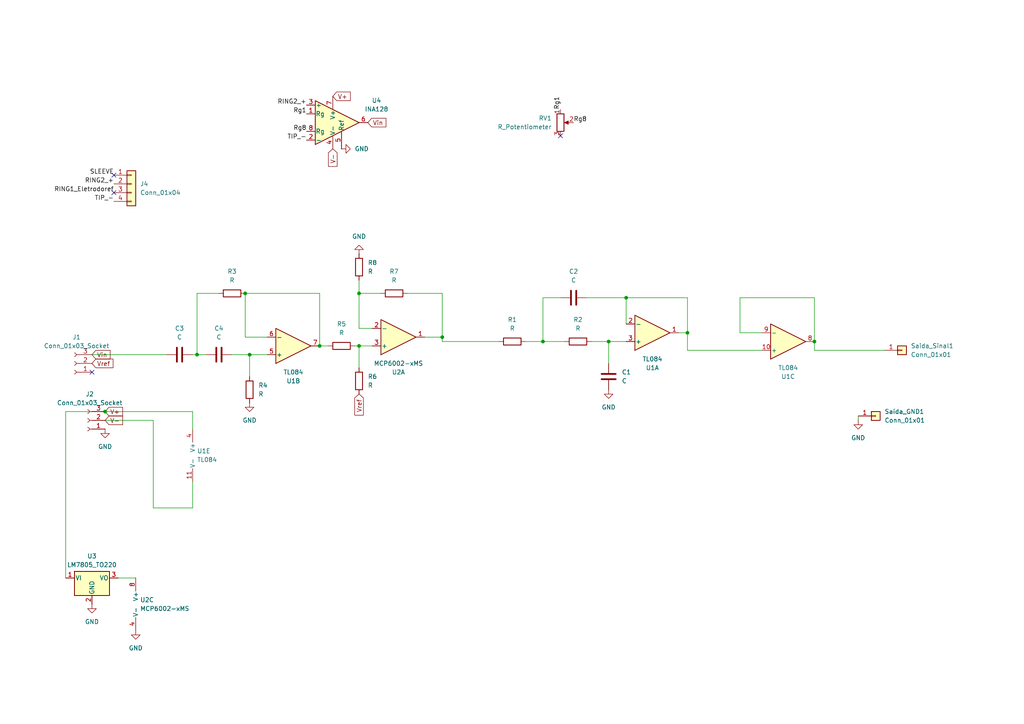
<source format=kicad_sch>
(kicad_sch
	(version 20250114)
	(generator "eeschema")
	(generator_version "9.0")
	(uuid "838a5be8-c375-47a6-a160-28fd8d7500f6")
	(paper "A4")
	(lib_symbols
		(symbol "Amplifier_Instrumentation:INA128"
			(pin_names
				(offset 0.127)
			)
			(exclude_from_sim no)
			(in_bom yes)
			(on_board yes)
			(property "Reference" "U"
				(at 3.81 3.175 0)
				(effects
					(font
						(size 1.27 1.27)
					)
					(justify left)
				)
			)
			(property "Value" "INA128"
				(at 3.81 -3.175 0)
				(effects
					(font
						(size 1.27 1.27)
					)
					(justify left)
				)
			)
			(property "Footprint" ""
				(at 2.54 0 0)
				(effects
					(font
						(size 1.27 1.27)
					)
					(hide yes)
				)
			)
			(property "Datasheet" "http://www.ti.com/lit/ds/symlink/ina128.pdf"
				(at 2.54 0 0)
				(effects
					(font
						(size 1.27 1.27)
					)
					(hide yes)
				)
			)
			(property "Description" "Precision, Low Power Instrumentation Amplifier G = 1 + 50kOhm/Rg, DIP-8/SOIC-8"
				(at 0 0 0)
				(effects
					(font
						(size 1.27 1.27)
					)
					(hide yes)
				)
			)
			(property "ki_keywords" "instrumentation opamp"
				(at 0 0 0)
				(effects
					(font
						(size 1.27 1.27)
					)
					(hide yes)
				)
			)
			(property "ki_fp_filters" "DIP*W7.62mm* SOIC*P1.27mm*"
				(at 0 0 0)
				(effects
					(font
						(size 1.27 1.27)
					)
					(hide yes)
				)
			)
			(symbol "INA128_0_1"
				(polyline
					(pts
						(xy 7.62 0) (xy -5.08 6.35) (xy -5.08 -6.35) (xy 7.62 0)
					)
					(stroke
						(width 0.254)
						(type default)
					)
					(fill
						(type background)
					)
				)
			)
			(symbol "INA128_1_1"
				(pin input line
					(at -7.62 5.08 0)
					(length 2.54)
					(name "+"
						(effects
							(font
								(size 1.27 1.27)
							)
						)
					)
					(number "3"
						(effects
							(font
								(size 1.27 1.27)
							)
						)
					)
				)
				(pin passive line
					(at -7.62 2.54 0)
					(length 2.54)
					(name "Rg"
						(effects
							(font
								(size 1.27 1.27)
							)
						)
					)
					(number "1"
						(effects
							(font
								(size 1.27 1.27)
							)
						)
					)
				)
				(pin passive line
					(at -7.62 -2.54 0)
					(length 2.54)
					(name "Rg"
						(effects
							(font
								(size 1.27 1.27)
							)
						)
					)
					(number "8"
						(effects
							(font
								(size 1.27 1.27)
							)
						)
					)
				)
				(pin input line
					(at -7.62 -5.08 0)
					(length 2.54)
					(name "-"
						(effects
							(font
								(size 1.27 1.27)
							)
						)
					)
					(number "2"
						(effects
							(font
								(size 1.27 1.27)
							)
						)
					)
				)
				(pin power_in line
					(at 0 7.62 270)
					(length 3.81)
					(name "V+"
						(effects
							(font
								(size 1.27 1.27)
							)
						)
					)
					(number "7"
						(effects
							(font
								(size 1.27 1.27)
							)
						)
					)
				)
				(pin power_in line
					(at 0 -7.62 90)
					(length 3.81)
					(name "V-"
						(effects
							(font
								(size 1.27 1.27)
							)
						)
					)
					(number "4"
						(effects
							(font
								(size 1.27 1.27)
							)
						)
					)
				)
				(pin input line
					(at 2.54 -7.62 90)
					(length 5.08)
					(name "Ref"
						(effects
							(font
								(size 1.27 1.27)
							)
						)
					)
					(number "5"
						(effects
							(font
								(size 1.27 1.27)
							)
						)
					)
				)
				(pin output line
					(at 10.16 0 180)
					(length 2.54)
					(name "~"
						(effects
							(font
								(size 1.27 1.27)
							)
						)
					)
					(number "6"
						(effects
							(font
								(size 1.27 1.27)
							)
						)
					)
				)
			)
			(embedded_fonts no)
		)
		(symbol "Amplifier_Operational:MCP6002-xMS"
			(pin_names
				(offset 0.127)
			)
			(exclude_from_sim no)
			(in_bom yes)
			(on_board yes)
			(property "Reference" "U"
				(at 0 5.08 0)
				(effects
					(font
						(size 1.27 1.27)
					)
					(justify left)
				)
			)
			(property "Value" "MCP6002-xMS"
				(at 0 -5.08 0)
				(effects
					(font
						(size 1.27 1.27)
					)
					(justify left)
				)
			)
			(property "Footprint" ""
				(at 0 0 0)
				(effects
					(font
						(size 1.27 1.27)
					)
					(hide yes)
				)
			)
			(property "Datasheet" "http://ww1.microchip.com/downloads/en/DeviceDoc/21733j.pdf"
				(at 0 0 0)
				(effects
					(font
						(size 1.27 1.27)
					)
					(hide yes)
				)
			)
			(property "Description" "1MHz, Low-Power Op Amp, MSOP-8"
				(at 0 0 0)
				(effects
					(font
						(size 1.27 1.27)
					)
					(hide yes)
				)
			)
			(property "ki_locked" ""
				(at 0 0 0)
				(effects
					(font
						(size 1.27 1.27)
					)
				)
			)
			(property "ki_keywords" "dual opamp"
				(at 0 0 0)
				(effects
					(font
						(size 1.27 1.27)
					)
					(hide yes)
				)
			)
			(property "ki_fp_filters" "SOIC*3.9x4.9mm*P1.27mm* DIP*W7.62mm* TO*99* OnSemi*Micro8* TSSOP*3x3mm*P0.65mm* TSSOP*4.4x3mm*P0.65mm* MSOP*3x3mm*P0.65mm* SSOP*3.9x4.9mm*P0.635mm* LFCSP*2x2mm*P0.5mm* *SIP* SOIC*5.3x6.2mm*P1.27mm*"
				(at 0 0 0)
				(effects
					(font
						(size 1.27 1.27)
					)
					(hide yes)
				)
			)
			(symbol "MCP6002-xMS_1_1"
				(polyline
					(pts
						(xy -5.08 5.08) (xy 5.08 0) (xy -5.08 -5.08) (xy -5.08 5.08)
					)
					(stroke
						(width 0.254)
						(type default)
					)
					(fill
						(type background)
					)
				)
				(pin input line
					(at -7.62 2.54 0)
					(length 2.54)
					(name "+"
						(effects
							(font
								(size 1.27 1.27)
							)
						)
					)
					(number "3"
						(effects
							(font
								(size 1.27 1.27)
							)
						)
					)
				)
				(pin input line
					(at -7.62 -2.54 0)
					(length 2.54)
					(name "-"
						(effects
							(font
								(size 1.27 1.27)
							)
						)
					)
					(number "2"
						(effects
							(font
								(size 1.27 1.27)
							)
						)
					)
				)
				(pin output line
					(at 7.62 0 180)
					(length 2.54)
					(name "~"
						(effects
							(font
								(size 1.27 1.27)
							)
						)
					)
					(number "1"
						(effects
							(font
								(size 1.27 1.27)
							)
						)
					)
				)
			)
			(symbol "MCP6002-xMS_2_1"
				(polyline
					(pts
						(xy -5.08 5.08) (xy 5.08 0) (xy -5.08 -5.08) (xy -5.08 5.08)
					)
					(stroke
						(width 0.254)
						(type default)
					)
					(fill
						(type background)
					)
				)
				(pin input line
					(at -7.62 2.54 0)
					(length 2.54)
					(name "+"
						(effects
							(font
								(size 1.27 1.27)
							)
						)
					)
					(number "5"
						(effects
							(font
								(size 1.27 1.27)
							)
						)
					)
				)
				(pin input line
					(at -7.62 -2.54 0)
					(length 2.54)
					(name "-"
						(effects
							(font
								(size 1.27 1.27)
							)
						)
					)
					(number "6"
						(effects
							(font
								(size 1.27 1.27)
							)
						)
					)
				)
				(pin output line
					(at 7.62 0 180)
					(length 2.54)
					(name "~"
						(effects
							(font
								(size 1.27 1.27)
							)
						)
					)
					(number "7"
						(effects
							(font
								(size 1.27 1.27)
							)
						)
					)
				)
			)
			(symbol "MCP6002-xMS_3_1"
				(pin power_in line
					(at -2.54 7.62 270)
					(length 3.81)
					(name "V+"
						(effects
							(font
								(size 1.27 1.27)
							)
						)
					)
					(number "8"
						(effects
							(font
								(size 1.27 1.27)
							)
						)
					)
				)
				(pin power_in line
					(at -2.54 -7.62 90)
					(length 3.81)
					(name "V-"
						(effects
							(font
								(size 1.27 1.27)
							)
						)
					)
					(number "4"
						(effects
							(font
								(size 1.27 1.27)
							)
						)
					)
				)
			)
			(embedded_fonts no)
		)
		(symbol "Amplifier_Operational:TL084"
			(pin_names
				(offset 0.127)
			)
			(exclude_from_sim no)
			(in_bom yes)
			(on_board yes)
			(property "Reference" "U"
				(at 0 5.08 0)
				(effects
					(font
						(size 1.27 1.27)
					)
					(justify left)
				)
			)
			(property "Value" "TL084"
				(at 0 -5.08 0)
				(effects
					(font
						(size 1.27 1.27)
					)
					(justify left)
				)
			)
			(property "Footprint" ""
				(at -1.27 2.54 0)
				(effects
					(font
						(size 1.27 1.27)
					)
					(hide yes)
				)
			)
			(property "Datasheet" "http://www.ti.com/lit/ds/symlink/tl081.pdf"
				(at 1.27 5.08 0)
				(effects
					(font
						(size 1.27 1.27)
					)
					(hide yes)
				)
			)
			(property "Description" "Quad JFET-Input Operational Amplifiers, DIP-14/SOIC-14/SSOP-14"
				(at 0 0 0)
				(effects
					(font
						(size 1.27 1.27)
					)
					(hide yes)
				)
			)
			(property "ki_locked" ""
				(at 0 0 0)
				(effects
					(font
						(size 1.27 1.27)
					)
				)
			)
			(property "ki_keywords" "quad opamp"
				(at 0 0 0)
				(effects
					(font
						(size 1.27 1.27)
					)
					(hide yes)
				)
			)
			(property "ki_fp_filters" "SOIC*3.9x8.7mm*P1.27mm* DIP*W7.62mm* TSSOP*4.4x5mm*P0.65mm* SSOP*5.3x6.2mm*P0.65mm* MSOP*3x3mm*P0.5mm*"
				(at 0 0 0)
				(effects
					(font
						(size 1.27 1.27)
					)
					(hide yes)
				)
			)
			(symbol "TL084_1_1"
				(polyline
					(pts
						(xy -5.08 5.08) (xy 5.08 0) (xy -5.08 -5.08) (xy -5.08 5.08)
					)
					(stroke
						(width 0.254)
						(type default)
					)
					(fill
						(type background)
					)
				)
				(pin input line
					(at -7.62 2.54 0)
					(length 2.54)
					(name "+"
						(effects
							(font
								(size 1.27 1.27)
							)
						)
					)
					(number "3"
						(effects
							(font
								(size 1.27 1.27)
							)
						)
					)
				)
				(pin input line
					(at -7.62 -2.54 0)
					(length 2.54)
					(name "-"
						(effects
							(font
								(size 1.27 1.27)
							)
						)
					)
					(number "2"
						(effects
							(font
								(size 1.27 1.27)
							)
						)
					)
				)
				(pin output line
					(at 7.62 0 180)
					(length 2.54)
					(name "~"
						(effects
							(font
								(size 1.27 1.27)
							)
						)
					)
					(number "1"
						(effects
							(font
								(size 1.27 1.27)
							)
						)
					)
				)
			)
			(symbol "TL084_2_1"
				(polyline
					(pts
						(xy -5.08 5.08) (xy 5.08 0) (xy -5.08 -5.08) (xy -5.08 5.08)
					)
					(stroke
						(width 0.254)
						(type default)
					)
					(fill
						(type background)
					)
				)
				(pin input line
					(at -7.62 2.54 0)
					(length 2.54)
					(name "+"
						(effects
							(font
								(size 1.27 1.27)
							)
						)
					)
					(number "5"
						(effects
							(font
								(size 1.27 1.27)
							)
						)
					)
				)
				(pin input line
					(at -7.62 -2.54 0)
					(length 2.54)
					(name "-"
						(effects
							(font
								(size 1.27 1.27)
							)
						)
					)
					(number "6"
						(effects
							(font
								(size 1.27 1.27)
							)
						)
					)
				)
				(pin output line
					(at 7.62 0 180)
					(length 2.54)
					(name "~"
						(effects
							(font
								(size 1.27 1.27)
							)
						)
					)
					(number "7"
						(effects
							(font
								(size 1.27 1.27)
							)
						)
					)
				)
			)
			(symbol "TL084_3_1"
				(polyline
					(pts
						(xy -5.08 5.08) (xy 5.08 0) (xy -5.08 -5.08) (xy -5.08 5.08)
					)
					(stroke
						(width 0.254)
						(type default)
					)
					(fill
						(type background)
					)
				)
				(pin input line
					(at -7.62 2.54 0)
					(length 2.54)
					(name "+"
						(effects
							(font
								(size 1.27 1.27)
							)
						)
					)
					(number "10"
						(effects
							(font
								(size 1.27 1.27)
							)
						)
					)
				)
				(pin input line
					(at -7.62 -2.54 0)
					(length 2.54)
					(name "-"
						(effects
							(font
								(size 1.27 1.27)
							)
						)
					)
					(number "9"
						(effects
							(font
								(size 1.27 1.27)
							)
						)
					)
				)
				(pin output line
					(at 7.62 0 180)
					(length 2.54)
					(name "~"
						(effects
							(font
								(size 1.27 1.27)
							)
						)
					)
					(number "8"
						(effects
							(font
								(size 1.27 1.27)
							)
						)
					)
				)
			)
			(symbol "TL084_4_1"
				(polyline
					(pts
						(xy -5.08 5.08) (xy 5.08 0) (xy -5.08 -5.08) (xy -5.08 5.08)
					)
					(stroke
						(width 0.254)
						(type default)
					)
					(fill
						(type background)
					)
				)
				(pin input line
					(at -7.62 2.54 0)
					(length 2.54)
					(name "+"
						(effects
							(font
								(size 1.27 1.27)
							)
						)
					)
					(number "12"
						(effects
							(font
								(size 1.27 1.27)
							)
						)
					)
				)
				(pin input line
					(at -7.62 -2.54 0)
					(length 2.54)
					(name "-"
						(effects
							(font
								(size 1.27 1.27)
							)
						)
					)
					(number "13"
						(effects
							(font
								(size 1.27 1.27)
							)
						)
					)
				)
				(pin output line
					(at 7.62 0 180)
					(length 2.54)
					(name "~"
						(effects
							(font
								(size 1.27 1.27)
							)
						)
					)
					(number "14"
						(effects
							(font
								(size 1.27 1.27)
							)
						)
					)
				)
			)
			(symbol "TL084_5_1"
				(pin power_in line
					(at -2.54 7.62 270)
					(length 3.81)
					(name "V+"
						(effects
							(font
								(size 1.27 1.27)
							)
						)
					)
					(number "4"
						(effects
							(font
								(size 1.27 1.27)
							)
						)
					)
				)
				(pin power_in line
					(at -2.54 -7.62 90)
					(length 3.81)
					(name "V-"
						(effects
							(font
								(size 1.27 1.27)
							)
						)
					)
					(number "11"
						(effects
							(font
								(size 1.27 1.27)
							)
						)
					)
				)
			)
			(embedded_fonts no)
		)
		(symbol "Connector:Conn_01x03_Socket"
			(pin_names
				(offset 1.016)
				(hide yes)
			)
			(exclude_from_sim no)
			(in_bom yes)
			(on_board yes)
			(property "Reference" "J"
				(at 0 5.08 0)
				(effects
					(font
						(size 1.27 1.27)
					)
				)
			)
			(property "Value" "Conn_01x03_Socket"
				(at 0 -5.08 0)
				(effects
					(font
						(size 1.27 1.27)
					)
				)
			)
			(property "Footprint" ""
				(at 0 0 0)
				(effects
					(font
						(size 1.27 1.27)
					)
					(hide yes)
				)
			)
			(property "Datasheet" "~"
				(at 0 0 0)
				(effects
					(font
						(size 1.27 1.27)
					)
					(hide yes)
				)
			)
			(property "Description" "Generic connector, single row, 01x03, script generated"
				(at 0 0 0)
				(effects
					(font
						(size 1.27 1.27)
					)
					(hide yes)
				)
			)
			(property "ki_locked" ""
				(at 0 0 0)
				(effects
					(font
						(size 1.27 1.27)
					)
				)
			)
			(property "ki_keywords" "connector"
				(at 0 0 0)
				(effects
					(font
						(size 1.27 1.27)
					)
					(hide yes)
				)
			)
			(property "ki_fp_filters" "Connector*:*_1x??_*"
				(at 0 0 0)
				(effects
					(font
						(size 1.27 1.27)
					)
					(hide yes)
				)
			)
			(symbol "Conn_01x03_Socket_1_1"
				(polyline
					(pts
						(xy -1.27 2.54) (xy -0.508 2.54)
					)
					(stroke
						(width 0.1524)
						(type default)
					)
					(fill
						(type none)
					)
				)
				(polyline
					(pts
						(xy -1.27 0) (xy -0.508 0)
					)
					(stroke
						(width 0.1524)
						(type default)
					)
					(fill
						(type none)
					)
				)
				(polyline
					(pts
						(xy -1.27 -2.54) (xy -0.508 -2.54)
					)
					(stroke
						(width 0.1524)
						(type default)
					)
					(fill
						(type none)
					)
				)
				(arc
					(start 0 2.032)
					(mid -0.5058 2.54)
					(end 0 3.048)
					(stroke
						(width 0.1524)
						(type default)
					)
					(fill
						(type none)
					)
				)
				(arc
					(start 0 -0.508)
					(mid -0.5058 0)
					(end 0 0.508)
					(stroke
						(width 0.1524)
						(type default)
					)
					(fill
						(type none)
					)
				)
				(arc
					(start 0 -3.048)
					(mid -0.5058 -2.54)
					(end 0 -2.032)
					(stroke
						(width 0.1524)
						(type default)
					)
					(fill
						(type none)
					)
				)
				(pin passive line
					(at -5.08 2.54 0)
					(length 3.81)
					(name "Pin_1"
						(effects
							(font
								(size 1.27 1.27)
							)
						)
					)
					(number "1"
						(effects
							(font
								(size 1.27 1.27)
							)
						)
					)
				)
				(pin passive line
					(at -5.08 0 0)
					(length 3.81)
					(name "Pin_2"
						(effects
							(font
								(size 1.27 1.27)
							)
						)
					)
					(number "2"
						(effects
							(font
								(size 1.27 1.27)
							)
						)
					)
				)
				(pin passive line
					(at -5.08 -2.54 0)
					(length 3.81)
					(name "Pin_3"
						(effects
							(font
								(size 1.27 1.27)
							)
						)
					)
					(number "3"
						(effects
							(font
								(size 1.27 1.27)
							)
						)
					)
				)
			)
			(embedded_fonts no)
		)
		(symbol "Connector_Generic:Conn_01x01"
			(pin_names
				(offset 1.016)
				(hide yes)
			)
			(exclude_from_sim no)
			(in_bom yes)
			(on_board yes)
			(property "Reference" "J"
				(at 0 2.54 0)
				(effects
					(font
						(size 1.27 1.27)
					)
				)
			)
			(property "Value" "Conn_01x01"
				(at 0 -2.54 0)
				(effects
					(font
						(size 1.27 1.27)
					)
				)
			)
			(property "Footprint" ""
				(at 0 0 0)
				(effects
					(font
						(size 1.27 1.27)
					)
					(hide yes)
				)
			)
			(property "Datasheet" "~"
				(at 0 0 0)
				(effects
					(font
						(size 1.27 1.27)
					)
					(hide yes)
				)
			)
			(property "Description" "Generic connector, single row, 01x01, script generated (kicad-library-utils/schlib/autogen/connector/)"
				(at 0 0 0)
				(effects
					(font
						(size 1.27 1.27)
					)
					(hide yes)
				)
			)
			(property "ki_keywords" "connector"
				(at 0 0 0)
				(effects
					(font
						(size 1.27 1.27)
					)
					(hide yes)
				)
			)
			(property "ki_fp_filters" "Connector*:*_1x??_*"
				(at 0 0 0)
				(effects
					(font
						(size 1.27 1.27)
					)
					(hide yes)
				)
			)
			(symbol "Conn_01x01_1_1"
				(rectangle
					(start -1.27 1.27)
					(end 1.27 -1.27)
					(stroke
						(width 0.254)
						(type default)
					)
					(fill
						(type background)
					)
				)
				(rectangle
					(start -1.27 0.127)
					(end 0 -0.127)
					(stroke
						(width 0.1524)
						(type default)
					)
					(fill
						(type none)
					)
				)
				(pin passive line
					(at -5.08 0 0)
					(length 3.81)
					(name "Pin_1"
						(effects
							(font
								(size 1.27 1.27)
							)
						)
					)
					(number "1"
						(effects
							(font
								(size 1.27 1.27)
							)
						)
					)
				)
			)
			(embedded_fonts no)
		)
		(symbol "Connector_Generic:Conn_01x04"
			(pin_names
				(offset 1.016)
				(hide yes)
			)
			(exclude_from_sim no)
			(in_bom yes)
			(on_board yes)
			(property "Reference" "J"
				(at 0 5.08 0)
				(effects
					(font
						(size 1.27 1.27)
					)
				)
			)
			(property "Value" "Conn_01x04"
				(at 0 -7.62 0)
				(effects
					(font
						(size 1.27 1.27)
					)
				)
			)
			(property "Footprint" ""
				(at 0 0 0)
				(effects
					(font
						(size 1.27 1.27)
					)
					(hide yes)
				)
			)
			(property "Datasheet" "~"
				(at 0 0 0)
				(effects
					(font
						(size 1.27 1.27)
					)
					(hide yes)
				)
			)
			(property "Description" "Generic connector, single row, 01x04, script generated (kicad-library-utils/schlib/autogen/connector/)"
				(at 0 0 0)
				(effects
					(font
						(size 1.27 1.27)
					)
					(hide yes)
				)
			)
			(property "ki_keywords" "connector"
				(at 0 0 0)
				(effects
					(font
						(size 1.27 1.27)
					)
					(hide yes)
				)
			)
			(property "ki_fp_filters" "Connector*:*_1x??_*"
				(at 0 0 0)
				(effects
					(font
						(size 1.27 1.27)
					)
					(hide yes)
				)
			)
			(symbol "Conn_01x04_1_1"
				(rectangle
					(start -1.27 3.81)
					(end 1.27 -6.35)
					(stroke
						(width 0.254)
						(type default)
					)
					(fill
						(type background)
					)
				)
				(rectangle
					(start -1.27 2.667)
					(end 0 2.413)
					(stroke
						(width 0.1524)
						(type default)
					)
					(fill
						(type none)
					)
				)
				(rectangle
					(start -1.27 0.127)
					(end 0 -0.127)
					(stroke
						(width 0.1524)
						(type default)
					)
					(fill
						(type none)
					)
				)
				(rectangle
					(start -1.27 -2.413)
					(end 0 -2.667)
					(stroke
						(width 0.1524)
						(type default)
					)
					(fill
						(type none)
					)
				)
				(rectangle
					(start -1.27 -4.953)
					(end 0 -5.207)
					(stroke
						(width 0.1524)
						(type default)
					)
					(fill
						(type none)
					)
				)
				(pin passive line
					(at -5.08 2.54 0)
					(length 3.81)
					(name "Pin_1"
						(effects
							(font
								(size 1.27 1.27)
							)
						)
					)
					(number "1"
						(effects
							(font
								(size 1.27 1.27)
							)
						)
					)
				)
				(pin passive line
					(at -5.08 0 0)
					(length 3.81)
					(name "Pin_2"
						(effects
							(font
								(size 1.27 1.27)
							)
						)
					)
					(number "2"
						(effects
							(font
								(size 1.27 1.27)
							)
						)
					)
				)
				(pin passive line
					(at -5.08 -2.54 0)
					(length 3.81)
					(name "Pin_3"
						(effects
							(font
								(size 1.27 1.27)
							)
						)
					)
					(number "3"
						(effects
							(font
								(size 1.27 1.27)
							)
						)
					)
				)
				(pin passive line
					(at -5.08 -5.08 0)
					(length 3.81)
					(name "Pin_4"
						(effects
							(font
								(size 1.27 1.27)
							)
						)
					)
					(number "4"
						(effects
							(font
								(size 1.27 1.27)
							)
						)
					)
				)
			)
			(embedded_fonts no)
		)
		(symbol "Device:C"
			(pin_numbers
				(hide yes)
			)
			(pin_names
				(offset 0.254)
			)
			(exclude_from_sim no)
			(in_bom yes)
			(on_board yes)
			(property "Reference" "C"
				(at 0.635 2.54 0)
				(effects
					(font
						(size 1.27 1.27)
					)
					(justify left)
				)
			)
			(property "Value" "C"
				(at 0.635 -2.54 0)
				(effects
					(font
						(size 1.27 1.27)
					)
					(justify left)
				)
			)
			(property "Footprint" ""
				(at 0.9652 -3.81 0)
				(effects
					(font
						(size 1.27 1.27)
					)
					(hide yes)
				)
			)
			(property "Datasheet" "~"
				(at 0 0 0)
				(effects
					(font
						(size 1.27 1.27)
					)
					(hide yes)
				)
			)
			(property "Description" "Unpolarized capacitor"
				(at 0 0 0)
				(effects
					(font
						(size 1.27 1.27)
					)
					(hide yes)
				)
			)
			(property "ki_keywords" "cap capacitor"
				(at 0 0 0)
				(effects
					(font
						(size 1.27 1.27)
					)
					(hide yes)
				)
			)
			(property "ki_fp_filters" "C_*"
				(at 0 0 0)
				(effects
					(font
						(size 1.27 1.27)
					)
					(hide yes)
				)
			)
			(symbol "C_0_1"
				(polyline
					(pts
						(xy -2.032 0.762) (xy 2.032 0.762)
					)
					(stroke
						(width 0.508)
						(type default)
					)
					(fill
						(type none)
					)
				)
				(polyline
					(pts
						(xy -2.032 -0.762) (xy 2.032 -0.762)
					)
					(stroke
						(width 0.508)
						(type default)
					)
					(fill
						(type none)
					)
				)
			)
			(symbol "C_1_1"
				(pin passive line
					(at 0 3.81 270)
					(length 2.794)
					(name "~"
						(effects
							(font
								(size 1.27 1.27)
							)
						)
					)
					(number "1"
						(effects
							(font
								(size 1.27 1.27)
							)
						)
					)
				)
				(pin passive line
					(at 0 -3.81 90)
					(length 2.794)
					(name "~"
						(effects
							(font
								(size 1.27 1.27)
							)
						)
					)
					(number "2"
						(effects
							(font
								(size 1.27 1.27)
							)
						)
					)
				)
			)
			(embedded_fonts no)
		)
		(symbol "Device:R"
			(pin_numbers
				(hide yes)
			)
			(pin_names
				(offset 0)
			)
			(exclude_from_sim no)
			(in_bom yes)
			(on_board yes)
			(property "Reference" "R"
				(at 2.032 0 90)
				(effects
					(font
						(size 1.27 1.27)
					)
				)
			)
			(property "Value" "R"
				(at 0 0 90)
				(effects
					(font
						(size 1.27 1.27)
					)
				)
			)
			(property "Footprint" ""
				(at -1.778 0 90)
				(effects
					(font
						(size 1.27 1.27)
					)
					(hide yes)
				)
			)
			(property "Datasheet" "~"
				(at 0 0 0)
				(effects
					(font
						(size 1.27 1.27)
					)
					(hide yes)
				)
			)
			(property "Description" "Resistor"
				(at 0 0 0)
				(effects
					(font
						(size 1.27 1.27)
					)
					(hide yes)
				)
			)
			(property "ki_keywords" "R res resistor"
				(at 0 0 0)
				(effects
					(font
						(size 1.27 1.27)
					)
					(hide yes)
				)
			)
			(property "ki_fp_filters" "R_*"
				(at 0 0 0)
				(effects
					(font
						(size 1.27 1.27)
					)
					(hide yes)
				)
			)
			(symbol "R_0_1"
				(rectangle
					(start -1.016 -2.54)
					(end 1.016 2.54)
					(stroke
						(width 0.254)
						(type default)
					)
					(fill
						(type none)
					)
				)
			)
			(symbol "R_1_1"
				(pin passive line
					(at 0 3.81 270)
					(length 1.27)
					(name "~"
						(effects
							(font
								(size 1.27 1.27)
							)
						)
					)
					(number "1"
						(effects
							(font
								(size 1.27 1.27)
							)
						)
					)
				)
				(pin passive line
					(at 0 -3.81 90)
					(length 1.27)
					(name "~"
						(effects
							(font
								(size 1.27 1.27)
							)
						)
					)
					(number "2"
						(effects
							(font
								(size 1.27 1.27)
							)
						)
					)
				)
			)
			(embedded_fonts no)
		)
		(symbol "Device:R_Potentiometer"
			(pin_names
				(offset 1.016)
				(hide yes)
			)
			(exclude_from_sim no)
			(in_bom yes)
			(on_board yes)
			(property "Reference" "RV"
				(at -4.445 0 90)
				(effects
					(font
						(size 1.27 1.27)
					)
				)
			)
			(property "Value" "R_Potentiometer"
				(at -2.54 0 90)
				(effects
					(font
						(size 1.27 1.27)
					)
				)
			)
			(property "Footprint" ""
				(at 0 0 0)
				(effects
					(font
						(size 1.27 1.27)
					)
					(hide yes)
				)
			)
			(property "Datasheet" "~"
				(at 0 0 0)
				(effects
					(font
						(size 1.27 1.27)
					)
					(hide yes)
				)
			)
			(property "Description" "Potentiometer"
				(at 0 0 0)
				(effects
					(font
						(size 1.27 1.27)
					)
					(hide yes)
				)
			)
			(property "ki_keywords" "resistor variable"
				(at 0 0 0)
				(effects
					(font
						(size 1.27 1.27)
					)
					(hide yes)
				)
			)
			(property "ki_fp_filters" "Potentiometer*"
				(at 0 0 0)
				(effects
					(font
						(size 1.27 1.27)
					)
					(hide yes)
				)
			)
			(symbol "R_Potentiometer_0_1"
				(rectangle
					(start 1.016 2.54)
					(end -1.016 -2.54)
					(stroke
						(width 0.254)
						(type default)
					)
					(fill
						(type none)
					)
				)
				(polyline
					(pts
						(xy 1.143 0) (xy 2.286 0.508) (xy 2.286 -0.508) (xy 1.143 0)
					)
					(stroke
						(width 0)
						(type default)
					)
					(fill
						(type outline)
					)
				)
				(polyline
					(pts
						(xy 2.54 0) (xy 1.524 0)
					)
					(stroke
						(width 0)
						(type default)
					)
					(fill
						(type none)
					)
				)
			)
			(symbol "R_Potentiometer_1_1"
				(pin passive line
					(at 0 3.81 270)
					(length 1.27)
					(name "1"
						(effects
							(font
								(size 1.27 1.27)
							)
						)
					)
					(number "1"
						(effects
							(font
								(size 1.27 1.27)
							)
						)
					)
				)
				(pin passive line
					(at 0 -3.81 90)
					(length 1.27)
					(name "3"
						(effects
							(font
								(size 1.27 1.27)
							)
						)
					)
					(number "3"
						(effects
							(font
								(size 1.27 1.27)
							)
						)
					)
				)
				(pin passive line
					(at 3.81 0 180)
					(length 1.27)
					(name "2"
						(effects
							(font
								(size 1.27 1.27)
							)
						)
					)
					(number "2"
						(effects
							(font
								(size 1.27 1.27)
							)
						)
					)
				)
			)
			(embedded_fonts no)
		)
		(symbol "Regulator_Linear:LM7805_TO220"
			(pin_names
				(offset 0.254)
			)
			(exclude_from_sim no)
			(in_bom yes)
			(on_board yes)
			(property "Reference" "U"
				(at -3.81 3.175 0)
				(effects
					(font
						(size 1.27 1.27)
					)
				)
			)
			(property "Value" "LM7805_TO220"
				(at 0 3.175 0)
				(effects
					(font
						(size 1.27 1.27)
					)
					(justify left)
				)
			)
			(property "Footprint" "Package_TO_SOT_THT:TO-220-3_Vertical"
				(at 0 5.715 0)
				(effects
					(font
						(size 1.27 1.27)
						(italic yes)
					)
					(hide yes)
				)
			)
			(property "Datasheet" "https://www.onsemi.cn/PowerSolutions/document/MC7800-D.PDF"
				(at 0 -1.27 0)
				(effects
					(font
						(size 1.27 1.27)
					)
					(hide yes)
				)
			)
			(property "Description" "Positive 1A 35V Linear Regulator, Fixed Output 5V, TO-220"
				(at 0 0 0)
				(effects
					(font
						(size 1.27 1.27)
					)
					(hide yes)
				)
			)
			(property "ki_keywords" "Voltage Regulator 1A Positive"
				(at 0 0 0)
				(effects
					(font
						(size 1.27 1.27)
					)
					(hide yes)
				)
			)
			(property "ki_fp_filters" "TO?220*"
				(at 0 0 0)
				(effects
					(font
						(size 1.27 1.27)
					)
					(hide yes)
				)
			)
			(symbol "LM7805_TO220_0_1"
				(rectangle
					(start -5.08 1.905)
					(end 5.08 -5.08)
					(stroke
						(width 0.254)
						(type default)
					)
					(fill
						(type background)
					)
				)
			)
			(symbol "LM7805_TO220_1_1"
				(pin power_in line
					(at -7.62 0 0)
					(length 2.54)
					(name "VI"
						(effects
							(font
								(size 1.27 1.27)
							)
						)
					)
					(number "1"
						(effects
							(font
								(size 1.27 1.27)
							)
						)
					)
				)
				(pin power_in line
					(at 0 -7.62 90)
					(length 2.54)
					(name "GND"
						(effects
							(font
								(size 1.27 1.27)
							)
						)
					)
					(number "2"
						(effects
							(font
								(size 1.27 1.27)
							)
						)
					)
				)
				(pin power_out line
					(at 7.62 0 180)
					(length 2.54)
					(name "VO"
						(effects
							(font
								(size 1.27 1.27)
							)
						)
					)
					(number "3"
						(effects
							(font
								(size 1.27 1.27)
							)
						)
					)
				)
			)
			(embedded_fonts no)
		)
		(symbol "power:GND"
			(power)
			(pin_numbers
				(hide yes)
			)
			(pin_names
				(offset 0)
				(hide yes)
			)
			(exclude_from_sim no)
			(in_bom yes)
			(on_board yes)
			(property "Reference" "#PWR"
				(at 0 -6.35 0)
				(effects
					(font
						(size 1.27 1.27)
					)
					(hide yes)
				)
			)
			(property "Value" "GND"
				(at 0 -3.81 0)
				(effects
					(font
						(size 1.27 1.27)
					)
				)
			)
			(property "Footprint" ""
				(at 0 0 0)
				(effects
					(font
						(size 1.27 1.27)
					)
					(hide yes)
				)
			)
			(property "Datasheet" ""
				(at 0 0 0)
				(effects
					(font
						(size 1.27 1.27)
					)
					(hide yes)
				)
			)
			(property "Description" "Power symbol creates a global label with name \"GND\" , ground"
				(at 0 0 0)
				(effects
					(font
						(size 1.27 1.27)
					)
					(hide yes)
				)
			)
			(property "ki_keywords" "global power"
				(at 0 0 0)
				(effects
					(font
						(size 1.27 1.27)
					)
					(hide yes)
				)
			)
			(symbol "GND_0_1"
				(polyline
					(pts
						(xy 0 0) (xy 0 -1.27) (xy 1.27 -1.27) (xy 0 -2.54) (xy -1.27 -1.27) (xy 0 -1.27)
					)
					(stroke
						(width 0)
						(type default)
					)
					(fill
						(type none)
					)
				)
			)
			(symbol "GND_1_1"
				(pin power_in line
					(at 0 0 270)
					(length 0)
					(name "~"
						(effects
							(font
								(size 1.27 1.27)
							)
						)
					)
					(number "1"
						(effects
							(font
								(size 1.27 1.27)
							)
						)
					)
				)
			)
			(embedded_fonts no)
		)
	)
	(junction
		(at 181.61 86.36)
		(diameter 0)
		(color 0 0 0 0)
		(uuid "2bb8392b-d7ff-4bd2-9102-47ea9f7d61c7")
	)
	(junction
		(at 72.39 102.87)
		(diameter 0)
		(color 0 0 0 0)
		(uuid "447dabd2-1aab-43bb-9b18-b7498a560415")
	)
	(junction
		(at 57.15 102.87)
		(diameter 0)
		(color 0 0 0 0)
		(uuid "5dfd4035-6b57-4b44-8344-8916f99ba186")
	)
	(junction
		(at 236.22 99.06)
		(diameter 0)
		(color 0 0 0 0)
		(uuid "81664bcd-4360-437e-89a8-6b7fd8a87412")
	)
	(junction
		(at 176.53 99.06)
		(diameter 0)
		(color 0 0 0 0)
		(uuid "a4b20e62-88ab-49df-bea9-19611b0addb4")
	)
	(junction
		(at 128.27 97.79)
		(diameter 0)
		(color 0 0 0 0)
		(uuid "a719678b-4580-48f8-975d-2e22e8ad4843")
	)
	(junction
		(at 157.48 99.06)
		(diameter 0)
		(color 0 0 0 0)
		(uuid "b01f3f3c-a2df-4931-a2f1-98661ec869e0")
	)
	(junction
		(at 199.39 96.52)
		(diameter 0)
		(color 0 0 0 0)
		(uuid "b07a010f-e0aa-443f-a31c-0c4f65343add")
	)
	(junction
		(at 104.14 85.09)
		(diameter 0)
		(color 0 0 0 0)
		(uuid "b7ff8c60-5f2e-4244-8878-a53d4948b42d")
	)
	(junction
		(at 30.48 119.38)
		(diameter 0)
		(color 0 0 0 0)
		(uuid "c47947fc-eada-4dc5-9a39-e051436d442a")
	)
	(junction
		(at 71.12 85.09)
		(diameter 0)
		(color 0 0 0 0)
		(uuid "ca039f33-7c22-4a4b-8921-e2cf96326c2e")
	)
	(junction
		(at 92.71 100.33)
		(diameter 0)
		(color 0 0 0 0)
		(uuid "ca3325a1-67de-49ba-bb2c-9f861cf050bb")
	)
	(junction
		(at 104.14 100.33)
		(diameter 0)
		(color 0 0 0 0)
		(uuid "df243593-eb0c-41b2-a376-d63f8222149c")
	)
	(no_connect
		(at 162.56 39.37)
		(uuid "607b05ad-aacd-4c66-99b3-acf9acccf3b2")
	)
	(no_connect
		(at 33.02 50.8)
		(uuid "b8e3c7e7-d5da-4db0-aa20-38520e18f6d2")
	)
	(no_connect
		(at 26.67 107.95)
		(uuid "ce4f50ef-7b20-4d82-a32c-f74ec07032e3")
	)
	(no_connect
		(at 33.02 55.88)
		(uuid "ecb38a0b-7376-4aaa-b490-deedd1bca65c")
	)
	(wire
		(pts
			(xy 92.71 85.09) (xy 71.12 85.09)
		)
		(stroke
			(width 0)
			(type default)
		)
		(uuid "01d28f35-1ac6-4741-b9a4-8312ed78d4cd")
	)
	(wire
		(pts
			(xy 248.92 120.65) (xy 248.92 121.92)
		)
		(stroke
			(width 0)
			(type default)
		)
		(uuid "0bd67dea-cd5f-4b53-8893-6f4ab50538e6")
	)
	(wire
		(pts
			(xy 104.14 100.33) (xy 107.95 100.33)
		)
		(stroke
			(width 0)
			(type default)
		)
		(uuid "0cc167b2-1bdb-4199-8296-096750b673e7")
	)
	(wire
		(pts
			(xy 71.12 85.09) (xy 71.12 97.79)
		)
		(stroke
			(width 0)
			(type default)
		)
		(uuid "0ee271d2-c2a7-4126-81c1-5f8b5a4f36f6")
	)
	(wire
		(pts
			(xy 176.53 99.06) (xy 181.61 99.06)
		)
		(stroke
			(width 0)
			(type default)
		)
		(uuid "0f5402a9-fd8f-4b5b-9dff-5b1dda99ccad")
	)
	(wire
		(pts
			(xy 170.18 86.36) (xy 181.61 86.36)
		)
		(stroke
			(width 0)
			(type default)
		)
		(uuid "0f931ce0-b4a4-4aa4-bce5-12aa2328027a")
	)
	(wire
		(pts
			(xy 72.39 102.87) (xy 77.47 102.87)
		)
		(stroke
			(width 0)
			(type default)
		)
		(uuid "1d10ff28-446c-4497-9f89-0518ae8fab8c")
	)
	(wire
		(pts
			(xy 63.5 85.09) (xy 57.15 85.09)
		)
		(stroke
			(width 0)
			(type default)
		)
		(uuid "1fb58a6b-c0ae-437c-9ef6-1ee7205e872f")
	)
	(wire
		(pts
			(xy 199.39 96.52) (xy 196.85 96.52)
		)
		(stroke
			(width 0)
			(type default)
		)
		(uuid "2d3cedb8-4e76-415a-9c0e-e5fe58edc3b8")
	)
	(wire
		(pts
			(xy 55.88 147.32) (xy 55.88 139.7)
		)
		(stroke
			(width 0)
			(type default)
		)
		(uuid "3c8ba5af-2fb9-4e3e-93fe-36841b6ffd26")
	)
	(wire
		(pts
			(xy 171.45 99.06) (xy 176.53 99.06)
		)
		(stroke
			(width 0)
			(type default)
		)
		(uuid "3e3bef3f-68e0-4f10-bdb7-a5f1f38c254c")
	)
	(wire
		(pts
			(xy 104.14 81.28) (xy 104.14 85.09)
		)
		(stroke
			(width 0)
			(type default)
		)
		(uuid "3f7eb82a-e9a3-4b44-8dcb-a6be2af9be62")
	)
	(wire
		(pts
			(xy 181.61 86.36) (xy 199.39 86.36)
		)
		(stroke
			(width 0)
			(type default)
		)
		(uuid "3f944ddd-7145-4525-83a6-3db072a431fa")
	)
	(wire
		(pts
			(xy 157.48 86.36) (xy 157.48 99.06)
		)
		(stroke
			(width 0)
			(type default)
		)
		(uuid "4f1bbf45-9fbb-446b-a073-b14f5923332d")
	)
	(wire
		(pts
			(xy 157.48 99.06) (xy 163.83 99.06)
		)
		(stroke
			(width 0)
			(type default)
		)
		(uuid "517b95bd-30bd-4f47-b399-3eb6a4a35ab6")
	)
	(wire
		(pts
			(xy 102.87 100.33) (xy 104.14 100.33)
		)
		(stroke
			(width 0)
			(type default)
		)
		(uuid "530e0ade-8c0c-41ee-b5b8-b829536d38af")
	)
	(wire
		(pts
			(xy 220.98 96.52) (xy 214.63 96.52)
		)
		(stroke
			(width 0)
			(type default)
		)
		(uuid "56a0f83b-d17d-4008-9c99-0961ca2e6219")
	)
	(wire
		(pts
			(xy 57.15 102.87) (xy 59.69 102.87)
		)
		(stroke
			(width 0)
			(type default)
		)
		(uuid "57668e89-1343-4c6f-a208-576b406b1b08")
	)
	(wire
		(pts
			(xy 30.48 121.92) (xy 44.45 121.92)
		)
		(stroke
			(width 0)
			(type default)
		)
		(uuid "586e954e-8910-4a66-b945-07abacbd1027")
	)
	(wire
		(pts
			(xy 220.98 101.6) (xy 199.39 101.6)
		)
		(stroke
			(width 0)
			(type default)
		)
		(uuid "63e84839-354d-46f9-ac81-3eb1d91a0bc2")
	)
	(wire
		(pts
			(xy 44.45 121.92) (xy 44.45 147.32)
		)
		(stroke
			(width 0)
			(type default)
		)
		(uuid "6ad6e425-f01c-48b8-96ec-7097906c1ffa")
	)
	(wire
		(pts
			(xy 128.27 97.79) (xy 128.27 85.09)
		)
		(stroke
			(width 0)
			(type default)
		)
		(uuid "6ec35cc6-24b9-474a-b599-95ee6f64c7bb")
	)
	(wire
		(pts
			(xy 152.4 99.06) (xy 157.48 99.06)
		)
		(stroke
			(width 0)
			(type default)
		)
		(uuid "7074a80b-6fbb-4317-93d8-488bc6df0e14")
	)
	(wire
		(pts
			(xy 123.19 97.79) (xy 128.27 97.79)
		)
		(stroke
			(width 0)
			(type default)
		)
		(uuid "709e8865-b5ed-4b2f-bd41-31df3cf9a304")
	)
	(wire
		(pts
			(xy 95.25 100.33) (xy 92.71 100.33)
		)
		(stroke
			(width 0)
			(type default)
		)
		(uuid "71f92e42-9401-498f-b170-23ea489bd9e5")
	)
	(wire
		(pts
			(xy 214.63 96.52) (xy 214.63 86.36)
		)
		(stroke
			(width 0)
			(type default)
		)
		(uuid "7275262a-4a59-4e6a-a3a1-caecc060b3e1")
	)
	(wire
		(pts
			(xy 144.78 99.06) (xy 128.27 99.06)
		)
		(stroke
			(width 0)
			(type default)
		)
		(uuid "7280f460-0f92-4c8c-9a25-9c898085e881")
	)
	(wire
		(pts
			(xy 128.27 99.06) (xy 128.27 97.79)
		)
		(stroke
			(width 0)
			(type default)
		)
		(uuid "7b3b7fef-c6a9-4229-b82f-48aea0068595")
	)
	(wire
		(pts
			(xy 71.12 97.79) (xy 77.47 97.79)
		)
		(stroke
			(width 0)
			(type default)
		)
		(uuid "83948c66-ac6d-4669-81fc-42b7f502fa21")
	)
	(wire
		(pts
			(xy 26.67 102.87) (xy 48.26 102.87)
		)
		(stroke
			(width 0)
			(type default)
		)
		(uuid "88511522-f81a-4d2c-ad70-e501bd276fc9")
	)
	(wire
		(pts
			(xy 104.14 85.09) (xy 104.14 95.25)
		)
		(stroke
			(width 0)
			(type default)
		)
		(uuid "8c6a67a8-a4e2-46f1-b755-892677325598")
	)
	(wire
		(pts
			(xy 236.22 101.6) (xy 236.22 99.06)
		)
		(stroke
			(width 0)
			(type default)
		)
		(uuid "932e8a0c-4add-47cc-9cb1-ea3940670ee0")
	)
	(wire
		(pts
			(xy 236.22 86.36) (xy 236.22 99.06)
		)
		(stroke
			(width 0)
			(type default)
		)
		(uuid "944c1763-1769-4986-b692-8277d694bff2")
	)
	(wire
		(pts
			(xy 44.45 147.32) (xy 55.88 147.32)
		)
		(stroke
			(width 0)
			(type default)
		)
		(uuid "9766d1a7-df92-4d38-9d6b-8107bd0774d4")
	)
	(wire
		(pts
			(xy 104.14 100.33) (xy 104.14 106.68)
		)
		(stroke
			(width 0)
			(type default)
		)
		(uuid "a13b14f6-495a-44cc-90d4-847a3e0eb192")
	)
	(wire
		(pts
			(xy 104.14 85.09) (xy 110.49 85.09)
		)
		(stroke
			(width 0)
			(type default)
		)
		(uuid "a349fe61-b97a-47c5-aca0-05cd4d20d985")
	)
	(wire
		(pts
			(xy 181.61 86.36) (xy 181.61 93.98)
		)
		(stroke
			(width 0)
			(type default)
		)
		(uuid "a3e5fa41-89d8-4e29-b75a-e84192cee35f")
	)
	(wire
		(pts
			(xy 55.88 102.87) (xy 57.15 102.87)
		)
		(stroke
			(width 0)
			(type default)
		)
		(uuid "a538fd26-8d3f-4632-9f3f-5908b2f2f395")
	)
	(wire
		(pts
			(xy 57.15 85.09) (xy 57.15 102.87)
		)
		(stroke
			(width 0)
			(type default)
		)
		(uuid "a8c0040e-e390-4d05-a69c-21240492896b")
	)
	(wire
		(pts
			(xy 199.39 86.36) (xy 199.39 96.52)
		)
		(stroke
			(width 0)
			(type default)
		)
		(uuid "ab3b96e6-65a7-4bcd-84fb-1e3176445696")
	)
	(wire
		(pts
			(xy 162.56 86.36) (xy 157.48 86.36)
		)
		(stroke
			(width 0)
			(type default)
		)
		(uuid "ab4279e6-b324-4f03-97ce-26d6e8bbee30")
	)
	(wire
		(pts
			(xy 34.29 167.64) (xy 39.37 167.64)
		)
		(stroke
			(width 0)
			(type default)
		)
		(uuid "ac934d62-a3b6-4037-ab90-c9a199ccd652")
	)
	(wire
		(pts
			(xy 92.71 100.33) (xy 92.71 85.09)
		)
		(stroke
			(width 0)
			(type default)
		)
		(uuid "b5960d5d-3bd1-4455-8d51-54f42e482925")
	)
	(wire
		(pts
			(xy 67.31 102.87) (xy 72.39 102.87)
		)
		(stroke
			(width 0)
			(type default)
		)
		(uuid "bc899862-e99b-49d6-8bd9-9ecb1977f70c")
	)
	(wire
		(pts
			(xy 72.39 102.87) (xy 72.39 109.22)
		)
		(stroke
			(width 0)
			(type default)
		)
		(uuid "c8312b7e-cb77-40e3-85fa-a666c55b8184")
	)
	(wire
		(pts
			(xy 107.95 95.25) (xy 104.14 95.25)
		)
		(stroke
			(width 0)
			(type default)
		)
		(uuid "d0b0ec57-a19e-401b-b621-f2b329280f03")
	)
	(wire
		(pts
			(xy 118.11 85.09) (xy 128.27 85.09)
		)
		(stroke
			(width 0)
			(type default)
		)
		(uuid "d4645957-11e9-4595-812b-1d7f5c45a597")
	)
	(wire
		(pts
			(xy 55.88 119.38) (xy 55.88 124.46)
		)
		(stroke
			(width 0)
			(type default)
		)
		(uuid "d603644e-d6dc-4067-af40-2c8838365f67")
	)
	(wire
		(pts
			(xy 176.53 99.06) (xy 176.53 105.41)
		)
		(stroke
			(width 0)
			(type default)
		)
		(uuid "d77215c2-db63-4997-bf3e-dc8d2de1f363")
	)
	(wire
		(pts
			(xy 19.05 167.64) (xy 19.05 119.38)
		)
		(stroke
			(width 0)
			(type default)
		)
		(uuid "d9680af3-f2da-4eaf-86bb-087a104ed3f6")
	)
	(wire
		(pts
			(xy 30.48 119.38) (xy 55.88 119.38)
		)
		(stroke
			(width 0)
			(type default)
		)
		(uuid "e9bc760d-e6e0-4a61-9ed6-3a497aba2a21")
	)
	(wire
		(pts
			(xy 199.39 101.6) (xy 199.39 96.52)
		)
		(stroke
			(width 0)
			(type default)
		)
		(uuid "e9db261f-ed94-4422-851b-3d732f25de69")
	)
	(wire
		(pts
			(xy 236.22 101.6) (xy 256.54 101.6)
		)
		(stroke
			(width 0)
			(type default)
		)
		(uuid "f0f811c1-309e-45cf-8065-8eb512057782")
	)
	(wire
		(pts
			(xy 214.63 86.36) (xy 236.22 86.36)
		)
		(stroke
			(width 0)
			(type default)
		)
		(uuid "f2401c50-6a02-4334-81f0-badcc52ca91d")
	)
	(wire
		(pts
			(xy 19.05 119.38) (xy 30.48 119.38)
		)
		(stroke
			(width 0)
			(type default)
		)
		(uuid "f4ab54ef-422c-42fd-b3c4-76cd1d755ce1")
	)
	(label "RING2_+"
		(at 88.9 30.48 180)
		(effects
			(font
				(size 1.27 1.27)
			)
			(justify right bottom)
		)
		(uuid "132508bb-3fef-491c-885e-c446964b42c1")
	)
	(label "Rg8"
		(at 88.9 38.1 180)
		(effects
			(font
				(size 1.27 1.27)
			)
			(justify right bottom)
		)
		(uuid "14134c1c-9c2c-4659-bafb-db11520521d1")
	)
	(label "RING2_+"
		(at 33.02 53.34 180)
		(effects
			(font
				(size 1.27 1.27)
			)
			(justify right bottom)
		)
		(uuid "1737a88d-092f-4372-8b71-5808725176ff")
	)
	(label "SLEEVE"
		(at 33.02 50.8 180)
		(effects
			(font
				(size 1.27 1.27)
			)
			(justify right bottom)
		)
		(uuid "1e8bbca4-2a6d-4751-8604-c8dc1344e046")
	)
	(label "RING1_Eletrodoref"
		(at 33.02 55.88 180)
		(effects
			(font
				(size 1.27 1.27)
			)
			(justify right bottom)
		)
		(uuid "234f97ca-d7e9-495f-8c63-d3860b809fc2")
	)
	(label "Rg1"
		(at 88.9 33.02 180)
		(effects
			(font
				(size 1.27 1.27)
			)
			(justify right bottom)
		)
		(uuid "474c1b86-e345-4240-88c5-daeed8c564ff")
	)
	(label "Rg1"
		(at 162.56 31.75 90)
		(effects
			(font
				(size 1.27 1.27)
			)
			(justify left bottom)
		)
		(uuid "63567338-338b-4225-a674-f4977052b62d")
	)
	(label "TIP_-"
		(at 88.9 40.64 180)
		(effects
			(font
				(size 1.27 1.27)
			)
			(justify right bottom)
		)
		(uuid "c5e0e806-6d7b-4e5a-af32-9b98de1df3aa")
	)
	(label "TIP_-"
		(at 33.02 58.42 180)
		(effects
			(font
				(size 1.27 1.27)
			)
			(justify right bottom)
		)
		(uuid "caffc028-0836-495f-847d-374627103668")
	)
	(label "Rg8"
		(at 166.37 35.56 0)
		(effects
			(font
				(size 1.27 1.27)
			)
			(justify left bottom)
		)
		(uuid "e169cf30-6204-42b0-a6da-7aa1b66ce9b1")
	)
	(global_label "Vin"
		(shape input)
		(at 26.67 102.87 0)
		(effects
			(font
				(size 1.27 1.27)
			)
			(justify left)
		)
		(uuid "258ddd72-7d15-4b96-8da1-7875527fbd6d")
		(property "Intersheetrefs" "${INTERSHEET_REFS}"
			(at 26.67 102.87 0)
			(effects
				(font
					(size 1.27 1.27)
				)
				(hide yes)
			)
		)
	)
	(global_label "Vref"
		(shape input)
		(at 104.14 114.3 270)
		(effects
			(font
				(size 1.27 1.27)
			)
			(justify right)
		)
		(uuid "3b512693-f56e-42c9-a9d6-bed8948213be")
		(property "Intersheetrefs" "${INTERSHEET_REFS}"
			(at 104.14 114.3 0)
			(effects
				(font
					(size 1.27 1.27)
				)
				(hide yes)
			)
		)
	)
	(global_label "V+"
		(shape input)
		(at 30.48 119.38 0)
		(effects
			(font
				(size 1.27 1.27)
			)
			(justify left)
		)
		(uuid "673760b6-6e62-4718-9a35-1d7e2ccd7277")
		(property "Intersheetrefs" "${INTERSHEET_REFS}"
			(at 30.48 119.38 0)
			(effects
				(font
					(size 1.27 1.27)
				)
				(hide yes)
			)
		)
	)
	(global_label "V-"
		(shape input)
		(at 30.48 121.92 0)
		(effects
			(font
				(size 1.27 1.27)
			)
			(justify left)
		)
		(uuid "69166b19-509f-4c7a-a884-5f02aad6d3c5")
		(property "Intersheetrefs" "${INTERSHEET_REFS}"
			(at 30.48 121.92 0)
			(effects
				(font
					(size 1.27 1.27)
				)
				(hide yes)
			)
		)
	)
	(global_label "V-"
		(shape input)
		(at 96.52 43.18 270)
		(effects
			(font
				(size 1.27 1.27)
			)
			(justify right)
		)
		(uuid "83a45560-9136-4e5b-89e7-6ace20764271")
		(property "Intersheetrefs" "${INTERSHEET_REFS}"
			(at 96.52 43.18 90)
			(effects
				(font
					(size 1.27 1.27)
				)
				(hide yes)
			)
		)
	)
	(global_label "V+"
		(shape input)
		(at 96.52 27.94 0)
		(effects
			(font
				(size 1.27 1.27)
			)
			(justify left)
		)
		(uuid "a4c63d52-bcc6-486e-8655-790b6ba51674")
		(property "Intersheetrefs" "${INTERSHEET_REFS}"
			(at 96.52 27.94 0)
			(effects
				(font
					(size 1.27 1.27)
				)
				(hide yes)
			)
		)
	)
	(global_label "Vref"
		(shape input)
		(at 26.67 105.41 0)
		(effects
			(font
				(size 1.27 1.27)
			)
			(justify left)
		)
		(uuid "db92bf70-60e7-4da7-870d-db6065c2ce1d")
		(property "Intersheetrefs" "${INTERSHEET_REFS}"
			(at 26.67 105.41 0)
			(effects
				(font
					(size 1.27 1.27)
				)
				(hide yes)
			)
		)
	)
	(global_label "Vin"
		(shape input)
		(at 106.68 35.56 0)
		(effects
			(font
				(size 1.27 1.27)
			)
			(justify left)
		)
		(uuid "e805fecd-7d5f-4173-8a05-a37a245d6773")
		(property "Intersheetrefs" "${INTERSHEET_REFS}"
			(at 106.68 35.56 0)
			(effects
				(font
					(size 1.27 1.27)
				)
				(hide yes)
			)
		)
	)
	(symbol
		(lib_id "Device:C")
		(at 166.37 86.36 90)
		(unit 1)
		(exclude_from_sim no)
		(in_bom yes)
		(on_board yes)
		(dnp no)
		(fields_autoplaced yes)
		(uuid "02f099df-8018-40c6-bc2a-1f953f6fda20")
		(property "Reference" "C2"
			(at 166.37 78.74 90)
			(effects
				(font
					(size 1.27 1.27)
				)
			)
		)
		(property "Value" "C"
			(at 166.37 81.28 90)
			(effects
				(font
					(size 1.27 1.27)
				)
			)
		)
		(property "Footprint" "Capacitor_THT:C_Radial_D6.3mm_H11.0mm_P2.50mm"
			(at 170.18 85.3948 0)
			(effects
				(font
					(size 1.27 1.27)
				)
				(hide yes)
			)
		)
		(property "Datasheet" "~"
			(at 166.37 86.36 0)
			(effects
				(font
					(size 1.27 1.27)
				)
				(hide yes)
			)
		)
		(property "Description" "Unpolarized capacitor"
			(at 166.37 86.36 0)
			(effects
				(font
					(size 1.27 1.27)
				)
				(hide yes)
			)
		)
		(pin "1"
			(uuid "245cfaae-3970-4ec1-8ba4-75c7ba54a702")
		)
		(pin "2"
			(uuid "208af042-29a9-4309-8cc3-f9527f433516")
		)
		(instances
			(project "PCB"
				(path "/838a5be8-c375-47a6-a160-28fd8d7500f6"
					(reference "C2")
					(unit 1)
				)
			)
		)
	)
	(symbol
		(lib_id "Device:R")
		(at 104.14 77.47 180)
		(unit 1)
		(exclude_from_sim no)
		(in_bom yes)
		(on_board yes)
		(dnp no)
		(fields_autoplaced yes)
		(uuid "188a3785-6dad-480a-b7f7-07b3c6f73340")
		(property "Reference" "R8"
			(at 106.68 76.1999 0)
			(effects
				(font
					(size 1.27 1.27)
				)
				(justify right)
			)
		)
		(property "Value" "R"
			(at 106.68 78.7399 0)
			(effects
				(font
					(size 1.27 1.27)
				)
				(justify right)
			)
		)
		(property "Footprint" "Resistor_THT:R_Axial_DIN0204_L3.6mm_D1.6mm_P5.08mm_Horizontal"
			(at 105.918 77.47 90)
			(effects
				(font
					(size 1.27 1.27)
				)
				(hide yes)
			)
		)
		(property "Datasheet" "~"
			(at 104.14 77.47 0)
			(effects
				(font
					(size 1.27 1.27)
				)
				(hide yes)
			)
		)
		(property "Description" "Resistor"
			(at 104.14 77.47 0)
			(effects
				(font
					(size 1.27 1.27)
				)
				(hide yes)
			)
		)
		(pin "2"
			(uuid "5d510859-1db0-4975-b61f-02d503f1bf25")
		)
		(pin "1"
			(uuid "d014cb6b-d9d0-42ac-93e4-104cd0059bd8")
		)
		(instances
			(project "PCB"
				(path "/838a5be8-c375-47a6-a160-28fd8d7500f6"
					(reference "R8")
					(unit 1)
				)
			)
		)
	)
	(symbol
		(lib_id "Connector_Generic:Conn_01x04")
		(at 38.1 53.34 0)
		(unit 1)
		(exclude_from_sim no)
		(in_bom yes)
		(on_board yes)
		(dnp no)
		(fields_autoplaced yes)
		(uuid "206d347f-f4f8-476d-bd81-cd20cc852742")
		(property "Reference" "J4"
			(at 40.64 53.3399 0)
			(effects
				(font
					(size 1.27 1.27)
				)
				(justify left)
			)
		)
		(property "Value" "Conn_01x04"
			(at 40.64 55.8799 0)
			(effects
				(font
					(size 1.27 1.27)
				)
				(justify left)
			)
		)
		(property "Footprint" "Connector_PinSocket_2.54mm:PinSocket_1x04_P2.54mm_Vertical"
			(at 38.1 53.34 0)
			(effects
				(font
					(size 1.27 1.27)
				)
				(hide yes)
			)
		)
		(property "Datasheet" "~"
			(at 38.1 53.34 0)
			(effects
				(font
					(size 1.27 1.27)
				)
				(hide yes)
			)
		)
		(property "Description" "Generic connector, single row, 01x04, script generated (kicad-library-utils/schlib/autogen/connector/)"
			(at 38.1 53.34 0)
			(effects
				(font
					(size 1.27 1.27)
				)
				(hide yes)
			)
		)
		(pin "3"
			(uuid "364db3a9-cb75-4b70-8c20-12d520f6ebee")
		)
		(pin "4"
			(uuid "4019e7a3-702d-4f29-ac96-3421132f47b4")
		)
		(pin "1"
			(uuid "09300486-2e19-442e-ba94-1f917fed6675")
		)
		(pin "2"
			(uuid "add9ada7-af96-43f1-a94e-f29f8f8896ab")
		)
		(instances
			(project ""
				(path "/838a5be8-c375-47a6-a160-28fd8d7500f6"
					(reference "J4")
					(unit 1)
				)
			)
		)
	)
	(symbol
		(lib_id "Device:R")
		(at 72.39 113.03 0)
		(unit 1)
		(exclude_from_sim no)
		(in_bom yes)
		(on_board yes)
		(dnp no)
		(fields_autoplaced yes)
		(uuid "29d1d312-45cf-4c33-ac1d-4f2e469fbd97")
		(property "Reference" "R4"
			(at 74.93 111.7599 0)
			(effects
				(font
					(size 1.27 1.27)
				)
				(justify left)
			)
		)
		(property "Value" "R"
			(at 74.93 114.2999 0)
			(effects
				(font
					(size 1.27 1.27)
				)
				(justify left)
			)
		)
		(property "Footprint" "Resistor_THT:R_Axial_DIN0204_L3.6mm_D1.6mm_P5.08mm_Horizontal"
			(at 70.612 113.03 90)
			(effects
				(font
					(size 1.27 1.27)
				)
				(hide yes)
			)
		)
		(property "Datasheet" "~"
			(at 72.39 113.03 0)
			(effects
				(font
					(size 1.27 1.27)
				)
				(hide yes)
			)
		)
		(property "Description" "Resistor"
			(at 72.39 113.03 0)
			(effects
				(font
					(size 1.27 1.27)
				)
				(hide yes)
			)
		)
		(pin "1"
			(uuid "e56e8f1f-8125-4e50-8a59-7a9827da323d")
		)
		(pin "2"
			(uuid "6f06fa6d-ca3d-4885-ac42-94d5a37f0186")
		)
		(instances
			(project ""
				(path "/838a5be8-c375-47a6-a160-28fd8d7500f6"
					(reference "R4")
					(unit 1)
				)
			)
		)
	)
	(symbol
		(lib_id "power:GND")
		(at 30.48 124.46 0)
		(unit 1)
		(exclude_from_sim no)
		(in_bom yes)
		(on_board yes)
		(dnp no)
		(fields_autoplaced yes)
		(uuid "2ead280d-4da5-47ed-b455-37e2929dd42b")
		(property "Reference" "#PWR07"
			(at 30.48 130.81 0)
			(effects
				(font
					(size 1.27 1.27)
				)
				(hide yes)
			)
		)
		(property "Value" "GND"
			(at 30.48 129.54 0)
			(effects
				(font
					(size 1.27 1.27)
				)
			)
		)
		(property "Footprint" ""
			(at 30.48 124.46 0)
			(effects
				(font
					(size 1.27 1.27)
				)
				(hide yes)
			)
		)
		(property "Datasheet" ""
			(at 30.48 124.46 0)
			(effects
				(font
					(size 1.27 1.27)
				)
				(hide yes)
			)
		)
		(property "Description" "Power symbol creates a global label with name \"GND\" , ground"
			(at 30.48 124.46 0)
			(effects
				(font
					(size 1.27 1.27)
				)
				(hide yes)
			)
		)
		(pin "1"
			(uuid "14c84862-e0da-433b-a0a7-ee0d1599452a")
		)
		(instances
			(project "PCB"
				(path "/838a5be8-c375-47a6-a160-28fd8d7500f6"
					(reference "#PWR07")
					(unit 1)
				)
			)
		)
	)
	(symbol
		(lib_id "Amplifier_Operational:TL084")
		(at 228.6 99.06 0)
		(mirror x)
		(unit 3)
		(exclude_from_sim no)
		(in_bom yes)
		(on_board yes)
		(dnp no)
		(uuid "33914574-1d69-4252-92ff-54bc962700ed")
		(property "Reference" "U1"
			(at 228.6 109.22 0)
			(effects
				(font
					(size 1.27 1.27)
				)
			)
		)
		(property "Value" "TL084"
			(at 228.6 106.68 0)
			(effects
				(font
					(size 1.27 1.27)
				)
			)
		)
		(property "Footprint" "Package_DIP:DIP-14_W7.62mm_Socket"
			(at 227.33 101.6 0)
			(effects
				(font
					(size 1.27 1.27)
				)
				(hide yes)
			)
		)
		(property "Datasheet" "http://www.ti.com/lit/ds/symlink/tl081.pdf"
			(at 229.87 104.14 0)
			(effects
				(font
					(size 1.27 1.27)
				)
				(hide yes)
			)
		)
		(property "Description" "Quad JFET-Input Operational Amplifiers, DIP-14/SOIC-14/SSOP-14"
			(at 228.6 99.06 0)
			(effects
				(font
					(size 1.27 1.27)
				)
				(hide yes)
			)
		)
		(pin "6"
			(uuid "ae72fb82-8cc5-4b3a-911f-71b58e2a2289")
		)
		(pin "7"
			(uuid "f0e3621d-7b11-478b-9483-1aea586c0e2e")
		)
		(pin "12"
			(uuid "0e463ec3-e278-41b1-8060-d6eb337dd681")
		)
		(pin "14"
			(uuid "d4233fd4-58f3-435e-a8fc-39b474546d87")
		)
		(pin "11"
			(uuid "0c49d0f3-d5e2-49f4-8eb7-6d87f8633c66")
		)
		(pin "2"
			(uuid "c40bf512-1fee-4d0c-8cae-cc640dbc221a")
		)
		(pin "5"
			(uuid "084adc4d-1ca4-4151-97f0-0904c35023df")
		)
		(pin "1"
			(uuid "613391f2-16ed-4c41-b88c-79bb6f6b33de")
		)
		(pin "3"
			(uuid "bac3cc64-e966-40ba-be97-e72842b41d2f")
		)
		(pin "10"
			(uuid "8b4df9c5-035d-418b-b1d5-78ba32009916")
		)
		(pin "9"
			(uuid "fd03856f-e535-4a69-a08e-a6285d790aaf")
		)
		(pin "8"
			(uuid "611e5927-83a2-45fc-800b-728367be9446")
		)
		(pin "13"
			(uuid "ce9568bc-dd69-4b58-9bfe-16b4949618fb")
		)
		(pin "4"
			(uuid "845c86cd-4014-4f93-b7ab-1835071ea694")
		)
		(instances
			(project ""
				(path "/838a5be8-c375-47a6-a160-28fd8d7500f6"
					(reference "U1")
					(unit 3)
				)
			)
		)
	)
	(symbol
		(lib_id "Connector:Conn_01x03_Socket")
		(at 21.59 105.41 180)
		(unit 1)
		(exclude_from_sim no)
		(in_bom yes)
		(on_board yes)
		(dnp no)
		(fields_autoplaced yes)
		(uuid "37f6da7c-4f45-4e84-920f-95a1a9a158ec")
		(property "Reference" "J1"
			(at 22.225 97.79 0)
			(effects
				(font
					(size 1.27 1.27)
				)
			)
		)
		(property "Value" "Conn_01x03_Socket"
			(at 22.225 100.33 0)
			(effects
				(font
					(size 1.27 1.27)
				)
			)
		)
		(property "Footprint" "Connector_PinHeader_2.54mm:PinHeader_1x03_P2.54mm_Vertical"
			(at 21.59 105.41 0)
			(effects
				(font
					(size 1.27 1.27)
				)
				(hide yes)
			)
		)
		(property "Datasheet" "~"
			(at 21.59 105.41 0)
			(effects
				(font
					(size 1.27 1.27)
				)
				(hide yes)
			)
		)
		(property "Description" "Generic connector, single row, 01x03, script generated"
			(at 21.59 105.41 0)
			(effects
				(font
					(size 1.27 1.27)
				)
				(hide yes)
			)
		)
		(pin "3"
			(uuid "fe0def79-54cd-41c6-9a40-4240beb66d05")
		)
		(pin "1"
			(uuid "1d1af678-9e13-4a73-81b4-e521021ed577")
		)
		(pin "2"
			(uuid "3cd9dd51-16dd-47ff-b9f3-93019526100c")
		)
		(instances
			(project ""
				(path "/838a5be8-c375-47a6-a160-28fd8d7500f6"
					(reference "J1")
					(unit 1)
				)
			)
		)
	)
	(symbol
		(lib_id "Amplifier_Operational:MCP6002-xMS")
		(at 115.57 97.79 0)
		(mirror x)
		(unit 1)
		(exclude_from_sim no)
		(in_bom yes)
		(on_board yes)
		(dnp no)
		(uuid "383370b8-ce76-477a-b847-d03dbc676252")
		(property "Reference" "U2"
			(at 115.57 107.95 0)
			(effects
				(font
					(size 1.27 1.27)
				)
			)
		)
		(property "Value" "MCP6002-xMS"
			(at 115.57 105.41 0)
			(effects
				(font
					(size 1.27 1.27)
				)
			)
		)
		(property "Footprint" "Package_DIP:DIP-8_W7.62mm_Socket"
			(at 115.57 97.79 0)
			(effects
				(font
					(size 1.27 1.27)
				)
				(hide yes)
			)
		)
		(property "Datasheet" "http://ww1.microchip.com/downloads/en/DeviceDoc/21733j.pdf"
			(at 115.57 97.79 0)
			(effects
				(font
					(size 1.27 1.27)
				)
				(hide yes)
			)
		)
		(property "Description" "1MHz, Low-Power Op Amp, MSOP-8"
			(at 115.57 97.79 0)
			(effects
				(font
					(size 1.27 1.27)
				)
				(hide yes)
			)
		)
		(pin "8"
			(uuid "7ca2c598-70d5-459f-b780-e850db9aa688")
		)
		(pin "4"
			(uuid "55480dbb-2413-4edc-a4ba-8bf44f04345c")
		)
		(pin "3"
			(uuid "da999a5c-1e07-4d52-a49c-dfcc03709917")
		)
		(pin "5"
			(uuid "793cd93e-81d3-44de-92f7-3c9155043a05")
		)
		(pin "6"
			(uuid "3c6af772-ad2a-4e07-9c28-9955158c74dd")
		)
		(pin "1"
			(uuid "eda6b8a2-1f63-4d05-8424-d32a1ae3dfb8")
		)
		(pin "7"
			(uuid "c53c6f99-d6d9-4eb0-8a3d-7860939be56d")
		)
		(pin "2"
			(uuid "36064cd4-95d6-41b4-b95b-93e50bf78519")
		)
		(instances
			(project ""
				(path "/838a5be8-c375-47a6-a160-28fd8d7500f6"
					(reference "U2")
					(unit 1)
				)
			)
		)
	)
	(symbol
		(lib_id "Device:R")
		(at 148.59 99.06 270)
		(unit 1)
		(exclude_from_sim no)
		(in_bom yes)
		(on_board yes)
		(dnp no)
		(fields_autoplaced yes)
		(uuid "39db5fd7-758c-4907-b434-ae80b54c473f")
		(property "Reference" "R1"
			(at 148.59 92.71 90)
			(effects
				(font
					(size 1.27 1.27)
				)
			)
		)
		(property "Value" "R"
			(at 148.59 95.25 90)
			(effects
				(font
					(size 1.27 1.27)
				)
			)
		)
		(property "Footprint" "Resistor_THT:R_Axial_DIN0204_L3.6mm_D1.6mm_P5.08mm_Horizontal"
			(at 148.59 97.282 90)
			(effects
				(font
					(size 1.27 1.27)
				)
				(hide yes)
			)
		)
		(property "Datasheet" "~"
			(at 148.59 99.06 0)
			(effects
				(font
					(size 1.27 1.27)
				)
				(hide yes)
			)
		)
		(property "Description" "Resistor"
			(at 148.59 99.06 0)
			(effects
				(font
					(size 1.27 1.27)
				)
				(hide yes)
			)
		)
		(pin "2"
			(uuid "729c9894-6c0e-4196-828f-a53644eeb5c6")
		)
		(pin "1"
			(uuid "c690f127-0e79-4689-ad50-5368740c6750")
		)
		(instances
			(project "PCB"
				(path "/838a5be8-c375-47a6-a160-28fd8d7500f6"
					(reference "R1")
					(unit 1)
				)
			)
		)
	)
	(symbol
		(lib_id "Connector:Conn_01x03_Socket")
		(at 25.4 121.92 180)
		(unit 1)
		(exclude_from_sim no)
		(in_bom yes)
		(on_board yes)
		(dnp no)
		(fields_autoplaced yes)
		(uuid "43433208-4108-4d1f-96a2-95f25ae29f21")
		(property "Reference" "J2"
			(at 26.035 114.3 0)
			(effects
				(font
					(size 1.27 1.27)
				)
			)
		)
		(property "Value" "Conn_01x03_Socket"
			(at 26.035 116.84 0)
			(effects
				(font
					(size 1.27 1.27)
				)
			)
		)
		(property "Footprint" "Connector_PinHeader_2.54mm:PinHeader_1x03_P2.54mm_Vertical"
			(at 25.4 121.92 0)
			(effects
				(font
					(size 1.27 1.27)
				)
				(hide yes)
			)
		)
		(property "Datasheet" "~"
			(at 25.4 121.92 0)
			(effects
				(font
					(size 1.27 1.27)
				)
				(hide yes)
			)
		)
		(property "Description" "Generic connector, single row, 01x03, script generated"
			(at 25.4 121.92 0)
			(effects
				(font
					(size 1.27 1.27)
				)
				(hide yes)
			)
		)
		(pin "3"
			(uuid "ea4f7889-57bd-4758-ac15-26055f580767")
		)
		(pin "1"
			(uuid "7ff70c7a-7a46-44df-92ac-b73e7667bae1")
		)
		(pin "2"
			(uuid "66c11527-8002-4b89-8e19-78192a4bce9a")
		)
		(instances
			(project "PCB"
				(path "/838a5be8-c375-47a6-a160-28fd8d7500f6"
					(reference "J2")
					(unit 1)
				)
			)
		)
	)
	(symbol
		(lib_id "Connector_Generic:Conn_01x01")
		(at 254 120.65 0)
		(unit 1)
		(exclude_from_sim no)
		(in_bom yes)
		(on_board yes)
		(dnp no)
		(fields_autoplaced yes)
		(uuid "4d0d75ee-0a77-446c-9f89-a5c52feac8c2")
		(property "Reference" "Saída_GND1"
			(at 256.54 119.3799 0)
			(effects
				(font
					(size 1.27 1.27)
				)
				(justify left)
			)
		)
		(property "Value" "Conn_01x01"
			(at 256.54 121.9199 0)
			(effects
				(font
					(size 1.27 1.27)
				)
				(justify left)
			)
		)
		(property "Footprint" "Connector_PinHeader_2.54mm:PinHeader_1x01_P2.54mm_Vertical"
			(at 254 120.65 0)
			(effects
				(font
					(size 1.27 1.27)
				)
				(hide yes)
			)
		)
		(property "Datasheet" "~"
			(at 254 120.65 0)
			(effects
				(font
					(size 1.27 1.27)
				)
				(hide yes)
			)
		)
		(property "Description" "Generic connector, single row, 01x01, script generated (kicad-library-utils/schlib/autogen/connector/)"
			(at 254 120.65 0)
			(effects
				(font
					(size 1.27 1.27)
				)
				(hide yes)
			)
		)
		(pin "1"
			(uuid "6070d293-fbb8-40ef-ab4b-1dbbb7e043fa")
		)
		(instances
			(project "PCB"
				(path "/838a5be8-c375-47a6-a160-28fd8d7500f6"
					(reference "Saída_GND1")
					(unit 1)
				)
			)
		)
	)
	(symbol
		(lib_id "Device:C")
		(at 176.53 109.22 0)
		(unit 1)
		(exclude_from_sim no)
		(in_bom yes)
		(on_board yes)
		(dnp no)
		(fields_autoplaced yes)
		(uuid "553a63d4-e36d-414a-bd25-e00008ec672f")
		(property "Reference" "C1"
			(at 180.34 107.9499 0)
			(effects
				(font
					(size 1.27 1.27)
				)
				(justify left)
			)
		)
		(property "Value" "C"
			(at 180.34 110.4899 0)
			(effects
				(font
					(size 1.27 1.27)
				)
				(justify left)
			)
		)
		(property "Footprint" "Capacitor_THT:C_Radial_D6.3mm_H11.0mm_P2.50mm"
			(at 177.4952 113.03 0)
			(effects
				(font
					(size 1.27 1.27)
				)
				(hide yes)
			)
		)
		(property "Datasheet" "~"
			(at 176.53 109.22 0)
			(effects
				(font
					(size 1.27 1.27)
				)
				(hide yes)
			)
		)
		(property "Description" "Unpolarized capacitor"
			(at 176.53 109.22 0)
			(effects
				(font
					(size 1.27 1.27)
				)
				(hide yes)
			)
		)
		(pin "2"
			(uuid "c7093f11-ab3c-4b69-8b97-6f33e8156c26")
		)
		(pin "1"
			(uuid "f44136d7-d5c4-41b2-a8ad-3b839af63c1a")
		)
		(instances
			(project "PCB"
				(path "/838a5be8-c375-47a6-a160-28fd8d7500f6"
					(reference "C1")
					(unit 1)
				)
			)
		)
	)
	(symbol
		(lib_id "Device:R")
		(at 167.64 99.06 90)
		(unit 1)
		(exclude_from_sim no)
		(in_bom yes)
		(on_board yes)
		(dnp no)
		(fields_autoplaced yes)
		(uuid "577768d5-67f8-44ec-b7b7-b1acc49c9667")
		(property "Reference" "R2"
			(at 167.64 92.71 90)
			(effects
				(font
					(size 1.27 1.27)
				)
			)
		)
		(property "Value" "R"
			(at 167.64 95.25 90)
			(effects
				(font
					(size 1.27 1.27)
				)
			)
		)
		(property "Footprint" "Resistor_THT:R_Axial_DIN0204_L3.6mm_D1.6mm_P5.08mm_Horizontal"
			(at 167.64 100.838 90)
			(effects
				(font
					(size 1.27 1.27)
				)
				(hide yes)
			)
		)
		(property "Datasheet" "~"
			(at 167.64 99.06 0)
			(effects
				(font
					(size 1.27 1.27)
				)
				(hide yes)
			)
		)
		(property "Description" "Resistor"
			(at 167.64 99.06 0)
			(effects
				(font
					(size 1.27 1.27)
				)
				(hide yes)
			)
		)
		(pin "1"
			(uuid "fd25b46e-ff90-4d1f-92d4-eb0f75d5e1fb")
		)
		(pin "2"
			(uuid "9769f8b9-d5ae-481d-90f7-731ed7e5a4b4")
		)
		(instances
			(project "PCB"
				(path "/838a5be8-c375-47a6-a160-28fd8d7500f6"
					(reference "R2")
					(unit 1)
				)
			)
		)
	)
	(symbol
		(lib_id "Regulator_Linear:LM7805_TO220")
		(at 26.67 167.64 0)
		(unit 1)
		(exclude_from_sim no)
		(in_bom yes)
		(on_board yes)
		(dnp no)
		(fields_autoplaced yes)
		(uuid "5bf3a671-8b2d-4bef-a919-1153c720aba6")
		(property "Reference" "U3"
			(at 26.67 161.29 0)
			(effects
				(font
					(size 1.27 1.27)
				)
			)
		)
		(property "Value" "LM7805_TO220"
			(at 26.67 163.83 0)
			(effects
				(font
					(size 1.27 1.27)
				)
			)
		)
		(property "Footprint" "Package_TO_SOT_THT:TO-220-3_Vertical"
			(at 26.67 161.925 0)
			(effects
				(font
					(size 1.27 1.27)
					(italic yes)
				)
				(hide yes)
			)
		)
		(property "Datasheet" "https://www.onsemi.cn/PowerSolutions/document/MC7800-D.PDF"
			(at 26.67 168.91 0)
			(effects
				(font
					(size 1.27 1.27)
				)
				(hide yes)
			)
		)
		(property "Description" "Positive 1A 35V Linear Regulator, Fixed Output 5V, TO-220"
			(at 26.67 167.64 0)
			(effects
				(font
					(size 1.27 1.27)
				)
				(hide yes)
			)
		)
		(pin "2"
			(uuid "959e7a9f-e068-42c6-8d5b-d83613b02312")
		)
		(pin "1"
			(uuid "0310e4e8-36fa-4ab0-8ce7-946cbf48eac7")
		)
		(pin "3"
			(uuid "584a87cd-292b-47fb-814e-c2c0e5eef6be")
		)
		(instances
			(project ""
				(path "/838a5be8-c375-47a6-a160-28fd8d7500f6"
					(reference "U3")
					(unit 1)
				)
			)
		)
	)
	(symbol
		(lib_id "Device:C")
		(at 52.07 102.87 90)
		(unit 1)
		(exclude_from_sim no)
		(in_bom yes)
		(on_board yes)
		(dnp no)
		(fields_autoplaced yes)
		(uuid "631912a0-0fd0-4c0a-a5f9-1866eb6aab2b")
		(property "Reference" "C3"
			(at 52.07 95.25 90)
			(effects
				(font
					(size 1.27 1.27)
				)
			)
		)
		(property "Value" "C"
			(at 52.07 97.79 90)
			(effects
				(font
					(size 1.27 1.27)
				)
			)
		)
		(property "Footprint" "Capacitor_THT:C_Radial_D6.3mm_H11.0mm_P2.50mm"
			(at 55.88 101.9048 0)
			(effects
				(font
					(size 1.27 1.27)
				)
				(hide yes)
			)
		)
		(property "Datasheet" "~"
			(at 52.07 102.87 0)
			(effects
				(font
					(size 1.27 1.27)
				)
				(hide yes)
			)
		)
		(property "Description" "Unpolarized capacitor"
			(at 52.07 102.87 0)
			(effects
				(font
					(size 1.27 1.27)
				)
				(hide yes)
			)
		)
		(pin "1"
			(uuid "06a41562-1a2f-4733-9c30-a12f416b05b9")
		)
		(pin "2"
			(uuid "d94fefac-f9e5-490f-b6f1-d9e2d00e0c8b")
		)
		(instances
			(project "PCB"
				(path "/838a5be8-c375-47a6-a160-28fd8d7500f6"
					(reference "C3")
					(unit 1)
				)
			)
		)
	)
	(symbol
		(lib_id "power:GND")
		(at 176.53 113.03 0)
		(unit 1)
		(exclude_from_sim no)
		(in_bom yes)
		(on_board yes)
		(dnp no)
		(fields_autoplaced yes)
		(uuid "6b1795d1-348e-4067-8e71-f117dc2efc37")
		(property "Reference" "#PWR04"
			(at 176.53 119.38 0)
			(effects
				(font
					(size 1.27 1.27)
				)
				(hide yes)
			)
		)
		(property "Value" "GND"
			(at 176.53 118.11 0)
			(effects
				(font
					(size 1.27 1.27)
				)
			)
		)
		(property "Footprint" ""
			(at 176.53 113.03 0)
			(effects
				(font
					(size 1.27 1.27)
				)
				(hide yes)
			)
		)
		(property "Datasheet" ""
			(at 176.53 113.03 0)
			(effects
				(font
					(size 1.27 1.27)
				)
				(hide yes)
			)
		)
		(property "Description" "Power symbol creates a global label with name \"GND\" , ground"
			(at 176.53 113.03 0)
			(effects
				(font
					(size 1.27 1.27)
				)
				(hide yes)
			)
		)
		(pin "1"
			(uuid "67e10bad-5c22-4a03-86b8-2666778215e3")
		)
		(instances
			(project ""
				(path "/838a5be8-c375-47a6-a160-28fd8d7500f6"
					(reference "#PWR04")
					(unit 1)
				)
			)
		)
	)
	(symbol
		(lib_id "Amplifier_Operational:MCP6002-xMS")
		(at 41.91 175.26 0)
		(unit 3)
		(exclude_from_sim no)
		(in_bom yes)
		(on_board yes)
		(dnp no)
		(fields_autoplaced yes)
		(uuid "713d91dd-976d-4ca2-8704-ca12c440000c")
		(property "Reference" "U2"
			(at 40.64 173.9899 0)
			(effects
				(font
					(size 1.27 1.27)
				)
				(justify left)
			)
		)
		(property "Value" "MCP6002-xMS"
			(at 40.64 176.5299 0)
			(effects
				(font
					(size 1.27 1.27)
				)
				(justify left)
			)
		)
		(property "Footprint" ""
			(at 41.91 175.26 0)
			(effects
				(font
					(size 1.27 1.27)
				)
				(hide yes)
			)
		)
		(property "Datasheet" "http://ww1.microchip.com/downloads/en/DeviceDoc/21733j.pdf"
			(at 41.91 175.26 0)
			(effects
				(font
					(size 1.27 1.27)
				)
				(hide yes)
			)
		)
		(property "Description" "1MHz, Low-Power Op Amp, MSOP-8"
			(at 41.91 175.26 0)
			(effects
				(font
					(size 1.27 1.27)
				)
				(hide yes)
			)
		)
		(pin "1"
			(uuid "487aa0c2-74fb-408d-aca3-103ed0333f67")
		)
		(pin "3"
			(uuid "c8a26813-df6d-4e06-8417-28f08cfcfec2")
		)
		(pin "2"
			(uuid "ce85823b-6dcb-4d95-8313-fbf5109e6e68")
		)
		(pin "8"
			(uuid "1f64de90-8a38-4e43-97c2-f52cb522b15d")
		)
		(pin "7"
			(uuid "870d8fd7-0c75-46b0-b168-2b2ce7cecf03")
		)
		(pin "4"
			(uuid "e3599ee2-276f-4e0a-b69b-6f4bf203b286")
		)
		(pin "5"
			(uuid "3711c808-e584-408c-b78b-52cbb70be8b1")
		)
		(pin "6"
			(uuid "eb63d279-5a93-40b6-80b9-f87e80d6a0c5")
		)
		(instances
			(project ""
				(path "/838a5be8-c375-47a6-a160-28fd8d7500f6"
					(reference "U2")
					(unit 3)
				)
			)
		)
	)
	(symbol
		(lib_id "Device:R")
		(at 99.06 100.33 270)
		(unit 1)
		(exclude_from_sim no)
		(in_bom yes)
		(on_board yes)
		(dnp no)
		(fields_autoplaced yes)
		(uuid "7fdb032b-8db9-43cf-b1cf-8971fb4c7cc8")
		(property "Reference" "R5"
			(at 99.06 93.98 90)
			(effects
				(font
					(size 1.27 1.27)
				)
			)
		)
		(property "Value" "R"
			(at 99.06 96.52 90)
			(effects
				(font
					(size 1.27 1.27)
				)
			)
		)
		(property "Footprint" "Resistor_THT:R_Axial_DIN0204_L3.6mm_D1.6mm_P5.08mm_Horizontal"
			(at 99.06 98.552 90)
			(effects
				(font
					(size 1.27 1.27)
				)
				(hide yes)
			)
		)
		(property "Datasheet" "~"
			(at 99.06 100.33 0)
			(effects
				(font
					(size 1.27 1.27)
				)
				(hide yes)
			)
		)
		(property "Description" "Resistor"
			(at 99.06 100.33 0)
			(effects
				(font
					(size 1.27 1.27)
				)
				(hide yes)
			)
		)
		(pin "2"
			(uuid "7cc5bf57-89ed-48b3-ae68-2d7f4f1a9f70")
		)
		(pin "1"
			(uuid "b92458f3-ca15-4277-9cc9-240a601aabf3")
		)
		(instances
			(project "PCB"
				(path "/838a5be8-c375-47a6-a160-28fd8d7500f6"
					(reference "R5")
					(unit 1)
				)
			)
		)
	)
	(symbol
		(lib_id "Device:C")
		(at 63.5 102.87 90)
		(unit 1)
		(exclude_from_sim no)
		(in_bom yes)
		(on_board yes)
		(dnp no)
		(fields_autoplaced yes)
		(uuid "82c4821c-71d2-4c2e-b325-41e44c3b16d9")
		(property "Reference" "C4"
			(at 63.5 95.25 90)
			(effects
				(font
					(size 1.27 1.27)
				)
			)
		)
		(property "Value" "C"
			(at 63.5 97.79 90)
			(effects
				(font
					(size 1.27 1.27)
				)
			)
		)
		(property "Footprint" "Capacitor_THT:C_Radial_D6.3mm_H11.0mm_P2.50mm"
			(at 67.31 101.9048 0)
			(effects
				(font
					(size 1.27 1.27)
				)
				(hide yes)
			)
		)
		(property "Datasheet" "~"
			(at 63.5 102.87 0)
			(effects
				(font
					(size 1.27 1.27)
				)
				(hide yes)
			)
		)
		(property "Description" "Unpolarized capacitor"
			(at 63.5 102.87 0)
			(effects
				(font
					(size 1.27 1.27)
				)
				(hide yes)
			)
		)
		(pin "1"
			(uuid "839a7427-4221-4930-b38d-edf2137e7c5c")
		)
		(pin "2"
			(uuid "953af89a-ce46-4f84-b17e-359418d2edf5")
		)
		(instances
			(project "PCB"
				(path "/838a5be8-c375-47a6-a160-28fd8d7500f6"
					(reference "C4")
					(unit 1)
				)
			)
		)
	)
	(symbol
		(lib_id "power:GND")
		(at 248.92 121.92 0)
		(unit 1)
		(exclude_from_sim no)
		(in_bom yes)
		(on_board yes)
		(dnp no)
		(fields_autoplaced yes)
		(uuid "879b410f-458f-490f-a98a-6449abb61eea")
		(property "Reference" "#PWR06"
			(at 248.92 128.27 0)
			(effects
				(font
					(size 1.27 1.27)
				)
				(hide yes)
			)
		)
		(property "Value" "GND"
			(at 248.92 127 0)
			(effects
				(font
					(size 1.27 1.27)
				)
			)
		)
		(property "Footprint" ""
			(at 248.92 121.92 0)
			(effects
				(font
					(size 1.27 1.27)
				)
				(hide yes)
			)
		)
		(property "Datasheet" ""
			(at 248.92 121.92 0)
			(effects
				(font
					(size 1.27 1.27)
				)
				(hide yes)
			)
		)
		(property "Description" "Power symbol creates a global label with name \"GND\" , ground"
			(at 248.92 121.92 0)
			(effects
				(font
					(size 1.27 1.27)
				)
				(hide yes)
			)
		)
		(pin "1"
			(uuid "5863b3ca-0cd2-4d25-bb61-b930acf1f342")
		)
		(instances
			(project "PCB"
				(path "/838a5be8-c375-47a6-a160-28fd8d7500f6"
					(reference "#PWR06")
					(unit 1)
				)
			)
		)
	)
	(symbol
		(lib_id "Amplifier_Operational:TL084")
		(at 189.23 96.52 0)
		(mirror x)
		(unit 1)
		(exclude_from_sim no)
		(in_bom yes)
		(on_board yes)
		(dnp no)
		(uuid "9b6051b7-9f21-4575-b2c8-02240a3667c4")
		(property "Reference" "U1"
			(at 189.23 106.68 0)
			(effects
				(font
					(size 1.27 1.27)
				)
			)
		)
		(property "Value" "TL084"
			(at 189.23 104.14 0)
			(effects
				(font
					(size 1.27 1.27)
				)
			)
		)
		(property "Footprint" "Package_DIP:DIP-14_W7.62mm_Socket"
			(at 187.96 99.06 0)
			(effects
				(font
					(size 1.27 1.27)
				)
				(hide yes)
			)
		)
		(property "Datasheet" "http://www.ti.com/lit/ds/symlink/tl081.pdf"
			(at 190.5 101.6 0)
			(effects
				(font
					(size 1.27 1.27)
				)
				(hide yes)
			)
		)
		(property "Description" "Quad JFET-Input Operational Amplifiers, DIP-14/SOIC-14/SSOP-14"
			(at 189.23 96.52 0)
			(effects
				(font
					(size 1.27 1.27)
				)
				(hide yes)
			)
		)
		(pin "6"
			(uuid "ae72fb82-8cc5-4b3a-911f-71b58e2a228c")
		)
		(pin "7"
			(uuid "f0e3621d-7b11-478b-9483-1aea586c0e31")
		)
		(pin "12"
			(uuid "0e463ec3-e278-41b1-8060-d6eb337dd684")
		)
		(pin "14"
			(uuid "d4233fd4-58f3-435e-a8fc-39b474546d8a")
		)
		(pin "11"
			(uuid "0c49d0f3-d5e2-49f4-8eb7-6d87f8633c69")
		)
		(pin "2"
			(uuid "19238499-171c-4c29-9140-4e9774ef3a6d")
		)
		(pin "5"
			(uuid "084adc4d-1ca4-4151-97f0-0904c35023e2")
		)
		(pin "1"
			(uuid "c0bfb0e9-3d52-42b2-92ce-cf915f928885")
		)
		(pin "3"
			(uuid "58559d3c-f72d-446f-9b83-9ccd6ed1a8f8")
		)
		(pin "10"
			(uuid "8b4df9c5-035d-418b-b1d5-78ba32009919")
		)
		(pin "9"
			(uuid "fd03856f-e535-4a69-a08e-a6285d790ab2")
		)
		(pin "8"
			(uuid "611e5927-83a2-45fc-800b-728367be9449")
		)
		(pin "13"
			(uuid "ce9568bc-dd69-4b58-9bfe-16b4949618fe")
		)
		(pin "4"
			(uuid "845c86cd-4014-4f93-b7ab-1835071ea697")
		)
		(instances
			(project "PCB"
				(path "/838a5be8-c375-47a6-a160-28fd8d7500f6"
					(reference "U1")
					(unit 1)
				)
			)
		)
	)
	(symbol
		(lib_id "Connector_Generic:Conn_01x01")
		(at 261.62 101.6 0)
		(unit 1)
		(exclude_from_sim no)
		(in_bom yes)
		(on_board yes)
		(dnp no)
		(fields_autoplaced yes)
		(uuid "a1bfdb35-0cbe-4eab-ab52-c3b7a5375846")
		(property "Reference" "Saida_Sinal1"
			(at 264.16 100.3299 0)
			(effects
				(font
					(size 1.27 1.27)
				)
				(justify left)
			)
		)
		(property "Value" "Conn_01x01"
			(at 264.16 102.8699 0)
			(effects
				(font
					(size 1.27 1.27)
				)
				(justify left)
			)
		)
		(property "Footprint" "Connector_PinHeader_2.54mm:PinHeader_1x01_P2.54mm_Vertical"
			(at 261.62 101.6 0)
			(effects
				(font
					(size 1.27 1.27)
				)
				(hide yes)
			)
		)
		(property "Datasheet" "~"
			(at 261.62 101.6 0)
			(effects
				(font
					(size 1.27 1.27)
				)
				(hide yes)
			)
		)
		(property "Description" "Generic connector, single row, 01x01, script generated (kicad-library-utils/schlib/autogen/connector/)"
			(at 261.62 101.6 0)
			(effects
				(font
					(size 1.27 1.27)
				)
				(hide yes)
			)
		)
		(pin "1"
			(uuid "41b639c9-80c8-4f1b-9d11-370948461b6b")
		)
		(instances
			(project ""
				(path "/838a5be8-c375-47a6-a160-28fd8d7500f6"
					(reference "Saida_Sinal1")
					(unit 1)
				)
			)
		)
	)
	(symbol
		(lib_id "Device:R")
		(at 114.3 85.09 270)
		(unit 1)
		(exclude_from_sim no)
		(in_bom yes)
		(on_board yes)
		(dnp no)
		(fields_autoplaced yes)
		(uuid "a3c9520c-e505-426b-8401-5acdca906034")
		(property "Reference" "R7"
			(at 114.3 78.74 90)
			(effects
				(font
					(size 1.27 1.27)
				)
			)
		)
		(property "Value" "R"
			(at 114.3 81.28 90)
			(effects
				(font
					(size 1.27 1.27)
				)
			)
		)
		(property "Footprint" "Resistor_THT:R_Axial_DIN0204_L3.6mm_D1.6mm_P5.08mm_Horizontal"
			(at 114.3 83.312 90)
			(effects
				(font
					(size 1.27 1.27)
				)
				(hide yes)
			)
		)
		(property "Datasheet" "~"
			(at 114.3 85.09 0)
			(effects
				(font
					(size 1.27 1.27)
				)
				(hide yes)
			)
		)
		(property "Description" "Resistor"
			(at 114.3 85.09 0)
			(effects
				(font
					(size 1.27 1.27)
				)
				(hide yes)
			)
		)
		(pin "2"
			(uuid "8c42dbe2-6dd3-4a4a-a9f2-70641409a74c")
		)
		(pin "1"
			(uuid "c811bf03-4fee-429c-9f90-987c8ab1d44b")
		)
		(instances
			(project "PCB"
				(path "/838a5be8-c375-47a6-a160-28fd8d7500f6"
					(reference "R7")
					(unit 1)
				)
			)
		)
	)
	(symbol
		(lib_id "Amplifier_Instrumentation:INA128")
		(at 96.52 35.56 0)
		(unit 1)
		(exclude_from_sim no)
		(in_bom yes)
		(on_board yes)
		(dnp no)
		(fields_autoplaced yes)
		(uuid "c3cfe111-516f-4456-ac51-c7cab9f5a0e1")
		(property "Reference" "U4"
			(at 109.22 29.1398 0)
			(effects
				(font
					(size 1.27 1.27)
				)
			)
		)
		(property "Value" "INA128"
			(at 109.22 31.6798 0)
			(effects
				(font
					(size 1.27 1.27)
				)
			)
		)
		(property "Footprint" "Package_DIP:DIP-8_W7.62mm_Socket"
			(at 99.06 35.56 0)
			(effects
				(font
					(size 1.27 1.27)
				)
				(hide yes)
			)
		)
		(property "Datasheet" "http://www.ti.com/lit/ds/symlink/ina128.pdf"
			(at 99.06 35.56 0)
			(effects
				(font
					(size 1.27 1.27)
				)
				(hide yes)
			)
		)
		(property "Description" "Precision, Low Power Instrumentation Amplifier G = 1 + 50kOhm/Rg, DIP-8/SOIC-8"
			(at 96.52 35.56 0)
			(effects
				(font
					(size 1.27 1.27)
				)
				(hide yes)
			)
		)
		(pin "3"
			(uuid "3ab57e2e-7522-4fea-9877-d49313158f29")
		)
		(pin "2"
			(uuid "99df887b-6ee0-4792-b44e-eb0abc65a948")
		)
		(pin "1"
			(uuid "e165e04b-7017-4a95-970a-4da9d42129a7")
		)
		(pin "8"
			(uuid "797fee59-fc00-4e98-8f0d-86415c972522")
		)
		(pin "4"
			(uuid "48610c8c-31fe-4973-998a-b16d5ed3265f")
		)
		(pin "6"
			(uuid "a8c00d23-2b2a-4c87-809f-230c647f76c9")
		)
		(pin "7"
			(uuid "325d883a-10f5-4bee-ba7d-acbe9fed6eea")
		)
		(pin "5"
			(uuid "80518ea9-edf8-4a52-b407-4b2fe30c9d80")
		)
		(instances
			(project ""
				(path "/838a5be8-c375-47a6-a160-28fd8d7500f6"
					(reference "U4")
					(unit 1)
				)
			)
		)
	)
	(symbol
		(lib_id "Device:R")
		(at 67.31 85.09 90)
		(unit 1)
		(exclude_from_sim no)
		(in_bom yes)
		(on_board yes)
		(dnp no)
		(fields_autoplaced yes)
		(uuid "c6a0be78-486a-4821-9b25-221c916937fb")
		(property "Reference" "R3"
			(at 67.31 78.74 90)
			(effects
				(font
					(size 1.27 1.27)
				)
			)
		)
		(property "Value" "R"
			(at 67.31 81.28 90)
			(effects
				(font
					(size 1.27 1.27)
				)
			)
		)
		(property "Footprint" "Resistor_THT:R_Axial_DIN0204_L3.6mm_D1.6mm_P5.08mm_Horizontal"
			(at 67.31 86.868 90)
			(effects
				(font
					(size 1.27 1.27)
				)
				(hide yes)
			)
		)
		(property "Datasheet" "~"
			(at 67.31 85.09 0)
			(effects
				(font
					(size 1.27 1.27)
				)
				(hide yes)
			)
		)
		(property "Description" "Resistor"
			(at 67.31 85.09 0)
			(effects
				(font
					(size 1.27 1.27)
				)
				(hide yes)
			)
		)
		(pin "1"
			(uuid "2d39778a-cacf-42e9-a2d3-6fffafe13006")
		)
		(pin "2"
			(uuid "a4420316-2124-4921-92a9-0482d489f7c1")
		)
		(instances
			(project ""
				(path "/838a5be8-c375-47a6-a160-28fd8d7500f6"
					(reference "R3")
					(unit 1)
				)
			)
		)
	)
	(symbol
		(lib_id "Amplifier_Operational:TL084")
		(at 85.09 100.33 0)
		(mirror x)
		(unit 2)
		(exclude_from_sim no)
		(in_bom yes)
		(on_board yes)
		(dnp no)
		(uuid "cda3728d-0c21-4214-be38-c8e69d406894")
		(property "Reference" "U1"
			(at 85.09 110.49 0)
			(effects
				(font
					(size 1.27 1.27)
				)
			)
		)
		(property "Value" "TL084"
			(at 85.09 107.95 0)
			(effects
				(font
					(size 1.27 1.27)
				)
			)
		)
		(property "Footprint" "Package_DIP:DIP-14_W7.62mm_Socket"
			(at 83.82 102.87 0)
			(effects
				(font
					(size 1.27 1.27)
				)
				(hide yes)
			)
		)
		(property "Datasheet" "http://www.ti.com/lit/ds/symlink/tl081.pdf"
			(at 86.36 105.41 0)
			(effects
				(font
					(size 1.27 1.27)
				)
				(hide yes)
			)
		)
		(property "Description" "Quad JFET-Input Operational Amplifiers, DIP-14/SOIC-14/SSOP-14"
			(at 85.09 100.33 0)
			(effects
				(font
					(size 1.27 1.27)
				)
				(hide yes)
			)
		)
		(pin "6"
			(uuid "ae72fb82-8cc5-4b3a-911f-71b58e2a228a")
		)
		(pin "7"
			(uuid "f0e3621d-7b11-478b-9483-1aea586c0e2f")
		)
		(pin "12"
			(uuid "0e463ec3-e278-41b1-8060-d6eb337dd682")
		)
		(pin "14"
			(uuid "d4233fd4-58f3-435e-a8fc-39b474546d88")
		)
		(pin "11"
			(uuid "0c49d0f3-d5e2-49f4-8eb7-6d87f8633c67")
		)
		(pin "2"
			(uuid "c40bf512-1fee-4d0c-8cae-cc640dbc221b")
		)
		(pin "5"
			(uuid "084adc4d-1ca4-4151-97f0-0904c35023e0")
		)
		(pin "1"
			(uuid "613391f2-16ed-4c41-b88c-79bb6f6b33df")
		)
		(pin "3"
			(uuid "bac3cc64-e966-40ba-be97-e72842b41d30")
		)
		(pin "10"
			(uuid "8b4df9c5-035d-418b-b1d5-78ba32009917")
		)
		(pin "9"
			(uuid "fd03856f-e535-4a69-a08e-a6285d790ab0")
		)
		(pin "8"
			(uuid "611e5927-83a2-45fc-800b-728367be9447")
		)
		(pin "13"
			(uuid "ce9568bc-dd69-4b58-9bfe-16b4949618fc")
		)
		(pin "4"
			(uuid "845c86cd-4014-4f93-b7ab-1835071ea695")
		)
		(instances
			(project ""
				(path "/838a5be8-c375-47a6-a160-28fd8d7500f6"
					(reference "U1")
					(unit 2)
				)
			)
		)
	)
	(symbol
		(lib_id "Amplifier_Operational:TL084")
		(at 58.42 132.08 0)
		(unit 5)
		(exclude_from_sim no)
		(in_bom yes)
		(on_board yes)
		(dnp no)
		(fields_autoplaced yes)
		(uuid "cf9b8859-c8db-4d74-8889-fb430b1d13b4")
		(property "Reference" "U1"
			(at 57.15 130.8099 0)
			(effects
				(font
					(size 1.27 1.27)
				)
				(justify left)
			)
		)
		(property "Value" "TL084"
			(at 57.15 133.3499 0)
			(effects
				(font
					(size 1.27 1.27)
				)
				(justify left)
			)
		)
		(property "Footprint" "Package_DIP:DIP-14_W7.62mm_Socket"
			(at 57.15 129.54 0)
			(effects
				(font
					(size 1.27 1.27)
				)
				(hide yes)
			)
		)
		(property "Datasheet" "http://www.ti.com/lit/ds/symlink/tl081.pdf"
			(at 59.69 127 0)
			(effects
				(font
					(size 1.27 1.27)
				)
				(hide yes)
			)
		)
		(property "Description" "Quad JFET-Input Operational Amplifiers, DIP-14/SOIC-14/SSOP-14"
			(at 58.42 132.08 0)
			(effects
				(font
					(size 1.27 1.27)
				)
				(hide yes)
			)
		)
		(pin "6"
			(uuid "ae72fb82-8cc5-4b3a-911f-71b58e2a228b")
		)
		(pin "7"
			(uuid "f0e3621d-7b11-478b-9483-1aea586c0e30")
		)
		(pin "12"
			(uuid "0e463ec3-e278-41b1-8060-d6eb337dd683")
		)
		(pin "14"
			(uuid "d4233fd4-58f3-435e-a8fc-39b474546d89")
		)
		(pin "11"
			(uuid "0c49d0f3-d5e2-49f4-8eb7-6d87f8633c68")
		)
		(pin "2"
			(uuid "c40bf512-1fee-4d0c-8cae-cc640dbc221c")
		)
		(pin "5"
			(uuid "084adc4d-1ca4-4151-97f0-0904c35023e1")
		)
		(pin "1"
			(uuid "613391f2-16ed-4c41-b88c-79bb6f6b33e0")
		)
		(pin "3"
			(uuid "bac3cc64-e966-40ba-be97-e72842b41d31")
		)
		(pin "10"
			(uuid "8b4df9c5-035d-418b-b1d5-78ba32009918")
		)
		(pin "9"
			(uuid "fd03856f-e535-4a69-a08e-a6285d790ab1")
		)
		(pin "8"
			(uuid "611e5927-83a2-45fc-800b-728367be9448")
		)
		(pin "13"
			(uuid "ce9568bc-dd69-4b58-9bfe-16b4949618fd")
		)
		(pin "4"
			(uuid "845c86cd-4014-4f93-b7ab-1835071ea696")
		)
		(instances
			(project ""
				(path "/838a5be8-c375-47a6-a160-28fd8d7500f6"
					(reference "U1")
					(unit 5)
				)
			)
		)
	)
	(symbol
		(lib_id "power:GND")
		(at 99.06 43.18 90)
		(unit 1)
		(exclude_from_sim no)
		(in_bom yes)
		(on_board yes)
		(dnp no)
		(fields_autoplaced yes)
		(uuid "d330d74c-f5a6-436c-924d-5f9a0ce95ccd")
		(property "Reference" "#PWR08"
			(at 105.41 43.18 0)
			(effects
				(font
					(size 1.27 1.27)
				)
				(hide yes)
			)
		)
		(property "Value" "GND"
			(at 102.87 43.1799 90)
			(effects
				(font
					(size 1.27 1.27)
				)
				(justify right)
			)
		)
		(property "Footprint" ""
			(at 99.06 43.18 0)
			(effects
				(font
					(size 1.27 1.27)
				)
				(hide yes)
			)
		)
		(property "Datasheet" ""
			(at 99.06 43.18 0)
			(effects
				(font
					(size 1.27 1.27)
				)
				(hide yes)
			)
		)
		(property "Description" "Power symbol creates a global label with name \"GND\" , ground"
			(at 99.06 43.18 0)
			(effects
				(font
					(size 1.27 1.27)
				)
				(hide yes)
			)
		)
		(pin "1"
			(uuid "74fd03c0-4433-4e0c-a497-8c7a8e615344")
		)
		(instances
			(project "PCB"
				(path "/838a5be8-c375-47a6-a160-28fd8d7500f6"
					(reference "#PWR08")
					(unit 1)
				)
			)
		)
	)
	(symbol
		(lib_id "Device:R_Potentiometer")
		(at 162.56 35.56 0)
		(unit 1)
		(exclude_from_sim no)
		(in_bom yes)
		(on_board yes)
		(dnp no)
		(fields_autoplaced yes)
		(uuid "dc5a2686-ff3d-425c-b3eb-895d43dba369")
		(property "Reference" "RV1"
			(at 160.02 34.2899 0)
			(effects
				(font
					(size 1.27 1.27)
				)
				(justify right)
			)
		)
		(property "Value" "R_Potentiometer"
			(at 160.02 36.8299 0)
			(effects
				(font
					(size 1.27 1.27)
				)
				(justify right)
			)
		)
		(property "Footprint" "Potentiometer_THT:Potentiometer_Vishay_T93YA_Vertical"
			(at 162.56 35.56 0)
			(effects
				(font
					(size 1.27 1.27)
				)
				(hide yes)
			)
		)
		(property "Datasheet" "~"
			(at 162.56 35.56 0)
			(effects
				(font
					(size 1.27 1.27)
				)
				(hide yes)
			)
		)
		(property "Description" "Potentiometer"
			(at 162.56 35.56 0)
			(effects
				(font
					(size 1.27 1.27)
				)
				(hide yes)
			)
		)
		(pin "2"
			(uuid "e7fb5670-8877-4371-a6d3-4062cb3b66a4")
		)
		(pin "1"
			(uuid "82225a00-a904-4be6-bcda-6b4379246f62")
		)
		(pin "3"
			(uuid "3a3508ce-2e2b-49de-8e12-8c668108bf4b")
		)
		(instances
			(project ""
				(path "/838a5be8-c375-47a6-a160-28fd8d7500f6"
					(reference "RV1")
					(unit 1)
				)
			)
		)
	)
	(symbol
		(lib_id "power:GND")
		(at 39.37 182.88 0)
		(unit 1)
		(exclude_from_sim no)
		(in_bom yes)
		(on_board yes)
		(dnp no)
		(fields_autoplaced yes)
		(uuid "e77ac994-9afb-4eaf-b2bf-e4b935f19d9a")
		(property "Reference" "#PWR02"
			(at 39.37 189.23 0)
			(effects
				(font
					(size 1.27 1.27)
				)
				(hide yes)
			)
		)
		(property "Value" "GND"
			(at 39.37 187.96 0)
			(effects
				(font
					(size 1.27 1.27)
				)
			)
		)
		(property "Footprint" ""
			(at 39.37 182.88 0)
			(effects
				(font
					(size 1.27 1.27)
				)
				(hide yes)
			)
		)
		(property "Datasheet" ""
			(at 39.37 182.88 0)
			(effects
				(font
					(size 1.27 1.27)
				)
				(hide yes)
			)
		)
		(property "Description" "Power symbol creates a global label with name \"GND\" , ground"
			(at 39.37 182.88 0)
			(effects
				(font
					(size 1.27 1.27)
				)
				(hide yes)
			)
		)
		(pin "1"
			(uuid "f29a2160-a115-444b-9b3c-6e28805a7325")
		)
		(instances
			(project ""
				(path "/838a5be8-c375-47a6-a160-28fd8d7500f6"
					(reference "#PWR02")
					(unit 1)
				)
			)
		)
	)
	(symbol
		(lib_id "power:GND")
		(at 72.39 116.84 0)
		(unit 1)
		(exclude_from_sim no)
		(in_bom yes)
		(on_board yes)
		(dnp no)
		(fields_autoplaced yes)
		(uuid "eaaf0e9c-a8d2-4bd4-89ba-67b45093e169")
		(property "Reference" "#PWR05"
			(at 72.39 123.19 0)
			(effects
				(font
					(size 1.27 1.27)
				)
				(hide yes)
			)
		)
		(property "Value" "GND"
			(at 72.39 121.92 0)
			(effects
				(font
					(size 1.27 1.27)
				)
			)
		)
		(property "Footprint" ""
			(at 72.39 116.84 0)
			(effects
				(font
					(size 1.27 1.27)
				)
				(hide yes)
			)
		)
		(property "Datasheet" ""
			(at 72.39 116.84 0)
			(effects
				(font
					(size 1.27 1.27)
				)
				(hide yes)
			)
		)
		(property "Description" "Power symbol creates a global label with name \"GND\" , ground"
			(at 72.39 116.84 0)
			(effects
				(font
					(size 1.27 1.27)
				)
				(hide yes)
			)
		)
		(pin "1"
			(uuid "90f088b7-aa46-4193-b1e5-67649843dde2")
		)
		(instances
			(project "PCB"
				(path "/838a5be8-c375-47a6-a160-28fd8d7500f6"
					(reference "#PWR05")
					(unit 1)
				)
			)
		)
	)
	(symbol
		(lib_id "power:GND")
		(at 26.67 175.26 0)
		(unit 1)
		(exclude_from_sim no)
		(in_bom yes)
		(on_board yes)
		(dnp no)
		(fields_autoplaced yes)
		(uuid "ee7ae070-ea22-49ea-92f8-53079a6e272b")
		(property "Reference" "#PWR01"
			(at 26.67 181.61 0)
			(effects
				(font
					(size 1.27 1.27)
				)
				(hide yes)
			)
		)
		(property "Value" "GND"
			(at 26.67 180.34 0)
			(effects
				(font
					(size 1.27 1.27)
				)
			)
		)
		(property "Footprint" ""
			(at 26.67 175.26 0)
			(effects
				(font
					(size 1.27 1.27)
				)
				(hide yes)
			)
		)
		(property "Datasheet" ""
			(at 26.67 175.26 0)
			(effects
				(font
					(size 1.27 1.27)
				)
				(hide yes)
			)
		)
		(property "Description" "Power symbol creates a global label with name \"GND\" , ground"
			(at 26.67 175.26 0)
			(effects
				(font
					(size 1.27 1.27)
				)
				(hide yes)
			)
		)
		(pin "1"
			(uuid "b63ef6b9-9b92-42c4-b261-9d605ec17d53")
		)
		(instances
			(project "PCB"
				(path "/838a5be8-c375-47a6-a160-28fd8d7500f6"
					(reference "#PWR01")
					(unit 1)
				)
			)
		)
	)
	(symbol
		(lib_id "Device:R")
		(at 104.14 110.49 0)
		(unit 1)
		(exclude_from_sim no)
		(in_bom yes)
		(on_board yes)
		(dnp no)
		(fields_autoplaced yes)
		(uuid "f6269e3f-d50c-4c37-824d-3dfc765cb0c9")
		(property "Reference" "R6"
			(at 106.68 109.2199 0)
			(effects
				(font
					(size 1.27 1.27)
				)
				(justify left)
			)
		)
		(property "Value" "R"
			(at 106.68 111.7599 0)
			(effects
				(font
					(size 1.27 1.27)
				)
				(justify left)
			)
		)
		(property "Footprint" "Resistor_THT:R_Axial_DIN0204_L3.6mm_D1.6mm_P5.08mm_Horizontal"
			(at 102.362 110.49 90)
			(effects
				(font
					(size 1.27 1.27)
				)
				(hide yes)
			)
		)
		(property "Datasheet" "~"
			(at 104.14 110.49 0)
			(effects
				(font
					(size 1.27 1.27)
				)
				(hide yes)
			)
		)
		(property "Description" "Resistor"
			(at 104.14 110.49 0)
			(effects
				(font
					(size 1.27 1.27)
				)
				(hide yes)
			)
		)
		(pin "2"
			(uuid "c138afd8-677f-42aa-8a68-e2f3cd9d4c35")
		)
		(pin "1"
			(uuid "2232ee06-5ff4-4248-be0a-975581dfdcca")
		)
		(instances
			(project "PCB"
				(path "/838a5be8-c375-47a6-a160-28fd8d7500f6"
					(reference "R6")
					(unit 1)
				)
			)
		)
	)
	(symbol
		(lib_id "power:GND")
		(at 104.14 73.66 180)
		(unit 1)
		(exclude_from_sim no)
		(in_bom yes)
		(on_board yes)
		(dnp no)
		(fields_autoplaced yes)
		(uuid "ff45d433-8f48-4dce-8e5b-88223243a6f0")
		(property "Reference" "#PWR03"
			(at 104.14 67.31 0)
			(effects
				(font
					(size 1.27 1.27)
				)
				(hide yes)
			)
		)
		(property "Value" "GND"
			(at 104.14 68.58 0)
			(effects
				(font
					(size 1.27 1.27)
				)
			)
		)
		(property "Footprint" ""
			(at 104.14 73.66 0)
			(effects
				(font
					(size 1.27 1.27)
				)
				(hide yes)
			)
		)
		(property "Datasheet" ""
			(at 104.14 73.66 0)
			(effects
				(font
					(size 1.27 1.27)
				)
				(hide yes)
			)
		)
		(property "Description" "Power symbol creates a global label with name \"GND\" , ground"
			(at 104.14 73.66 0)
			(effects
				(font
					(size 1.27 1.27)
				)
				(hide yes)
			)
		)
		(pin "1"
			(uuid "215ade88-edd9-4ab3-b11c-4f7e8d0ea7cc")
		)
		(instances
			(project ""
				(path "/838a5be8-c375-47a6-a160-28fd8d7500f6"
					(reference "#PWR03")
					(unit 1)
				)
			)
		)
	)
	(sheet_instances
		(path "/"
			(page "1")
		)
	)
	(embedded_fonts no)
)

</source>
